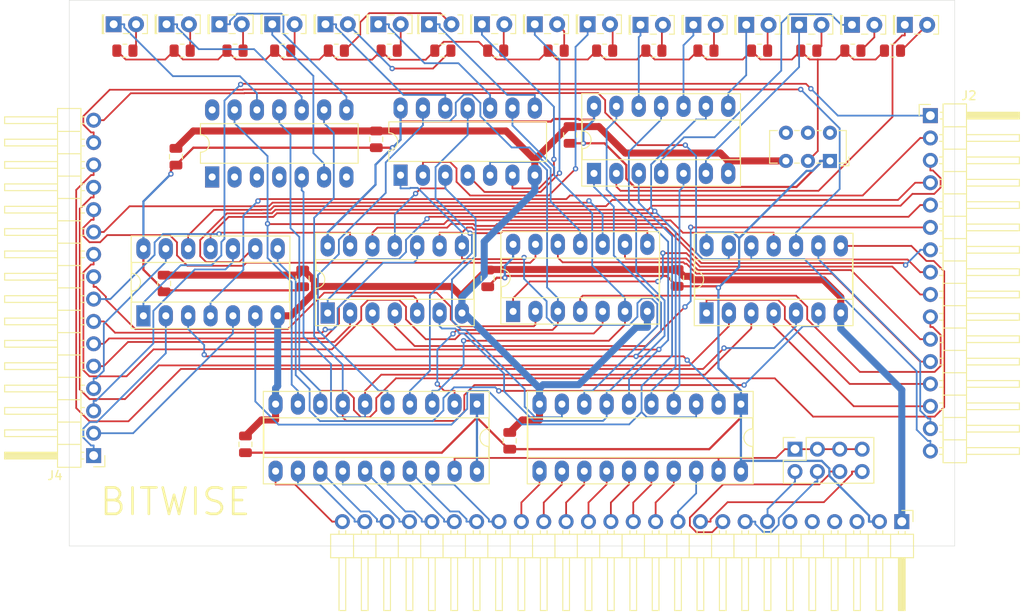
<source format=kicad_pcb>
(kicad_pcb (version 20240108) (generator "pcbnew") (generator_version "8.0")
  (layers (0 "F.Cu" signal) (31 "B.Cu" signal) (34 "B.Paste" user) (35 "F.Paste" user) (36 "B.SilkS" user "B.Silkscreen") (37 "F.SilkS" user "F.Silkscreen") (38 "B.Mask" user) (39 "F.Mask" user) (44 "Edge.Cuts" user))
  (net 0 "")
  (net 1 "VCC")
  (net 2 "Net-(D1-K)")
  (net 3 "Net-(D2-K)")
  (net 4 "Net-(D3-K)")
  (net 5 "Net-(D4-K)")
  (net 6 "Net-(D5-K)")
  (net 7 "Net-(D6-K)")
  (net 8 "Net-(D7-K)")
  (net 9 "Net-(D8-K)")
  (net 10 "Net-(D9-K)")
  (net 11 "Net-(D10-K)")
  (net 12 "Net-(D11-K)")
  (net 13 "Net-(D12-K)")
  (net 14 "Net-(D13-K)")
  (net 15 "Net-(D14-K)")
  (net 16 "Net-(D15-K)")
  (net 17 "Net-(D16-K)")
  (net 18 "Net-(J1-Pin_6)")
  (net 19 "Net-(J1-Pin_2)")
  (net 20 "Net-(J1-Pin_8)")
  (net 21 "Net-(J1-Pin_1)")
  (net 22 "Net-(J1-Pin_4)")
  (net 23 "Net-(J2-Pin_4)")
  (net 24 "Net-(J2-Pin_11)")
  (net 25 "Net-(J2-Pin_14)")
  (net 26 "Net-(J2-Pin_9)")
  (net 27 "Net-(J2-Pin_16)")
  (net 28 "Net-(J2-Pin_6)")
  (net 29 "Net-(J2-Pin_1)")
  (net 30 "Net-(J2-Pin_3)")
  (net 31 "Net-(J2-Pin_2)")
  (net 32 "Net-(J2-Pin_15)")
  (net 33 "Net-(J2-Pin_7)")
  (net 34 "Net-(J2-Pin_13)")
  (net 35 "Net-(J2-Pin_5)")
  (net 36 "Net-(J2-Pin_8)")
  (net 37 "Net-(J2-Pin_12)")
  (net 38 "Net-(J2-Pin_10)")
  (net 39 "Net-(D2-A)")
  (net 40 "GND")
  (net 41 "/Display/D1")
  (net 42 "/Display/D3")
  (net 43 "/Display/D0")
  (net 44 "/Display/D2")
  (net 45 "/Display/D6")
  (net 46 "/Display/D7")
  (net 47 "/Display/D5")
  (net 48 "/Display/D4")
  (net 49 "/Display/D9")
  (net 50 "/Display/D11")
  (net 51 "/Display/D10")
  (net 52 "/Display/D8")
  (net 53 "/Display/D14")
  (net 54 "/Display/D12")
  (net 55 "/Display/D13")
  (net 56 "/Display/D15")
  (net 57 "Net-(D1-A)")
  (net 58 "Net-(D3-A)")
  (net 59 "Net-(J4-Pin_13)")
  (net 60 "Net-(J4-Pin_15)")
  (net 61 "Net-(D4-A)")
  (net 62 "Net-(D5-A)")
  (net 63 "Net-(J4-Pin_12)")
  (net 64 "Net-(D6-A)")
  (net 65 "Net-(J4-Pin_16)")
  (net 66 "Net-(D7-A)")
  (net 67 "Net-(D8-A)")
  (net 68 "Net-(D9-A)")
  (net 69 "Net-(D10-A)")
  (net 70 "Net-(J4-Pin_11)")
  (net 71 "Net-(D11-A)")
  (net 72 "Net-(D12-A)")
  (net 73 "Net-(D13-A)")
  (net 74 "Net-(J4-Pin_14)")
  (net 75 "Net-(D14-A)")
  (net 76 "Net-(D15-A)")
  (net 77 "Net-(D16-A)")
  (net 79 "Net-(J3-Pin_19)")
  (net 81 "Net-(J3-Pin_12)")
  (net 83 "Net-(J3-Pin_14)")
  (net 84 "Net-(J3-Pin_16)")
  (net 85 "Net-(J3-Pin_17)")
  (net 86 "Net-(J3-Pin_24)")
  (net 87 "Net-(J3-Pin_15)")
  (net 88 "Net-(J3-Pin_25)")
  (net 89 "Net-(J3-Pin_18)")
  (net 90 "Net-(J3-Pin_11)")
  (net 91 "Net-(J3-Pin_26)")
  (net 92 "Net-(J3-Pin_21)")
  (net 93 "Net-(J3-Pin_22)")
  (net 94 "Net-(J3-Pin_20)")
  (net 96 "Net-(J3-Pin_13)")
  (net 97 "Net-(J3-Pin_23)")
  (net 98 "Net-(J4-Pin_2)")
  (net 99 "Net-(J4-Pin_4)")
  (net 100 "Net-(J4-Pin_7)")
  (net 101 "Net-(J4-Pin_10)")
  (net 102 "Net-(J4-Pin_3)")
  (net 103 "Net-(J4-Pin_6)")
  (net 104 "Net-(J4-Pin_8)")
  (net 105 "Net-(J4-Pin_1)")
  (net 106 "Net-(J4-Pin_9)")
  (net 107 "Net-(J4-Pin_5)")
  (net 108 "Net-(SW1-B)")
  (footprint "Resistor_SMD:R_0805_2012Metric" (layer "F.Cu") (at 145.675 67.5 180)
    (property "Reference" "R3" (hide yes))
    (property "Value" "R")
  )
  (footprint "Connector_PinHeader_2.54mm:PinHeader_1x26_P2.54mm_Horizontal" (layer "F.Cu") (at 156.23 121 -90)
    (property "Reference" "J3" (hide yes))
    (property "Value" "Conn_01x26_Pin")
  )
  (footprint "Resistor_SMD:R_0805_2012Metric" (layer "F.Cu") (at 110.135 67.5 180)
    (property "Reference" "R9" (hide yes))
    (property "Value" "R")
  )
  (footprint "Package_DIP:DIP-14_W7.62mm_Socket_LongPads" (layer "F.Cu") (at 112.11 97.12 90)
    (property "Reference" "U4" (hide yes))
    (property "Value" "74LS08")
  )
  (footprint "Connector_PinHeader_2.54mm:PinHeader_1x16_P2.54mm_Horizontal" (layer "F.Cu") (at 159.475 74.88)
    (property "Reference" "J2")
    (property "Value" "Conn_01x16_Pin")
  )
  (footprint "LED_THT:LED_Rectangular_W5.0mm_H2.0mm" (layer "F.Cu") (at 150.5725 64.565)
    (property "Reference" "D2" (hide yes))
    (property "Value" "LED")
  )
  (footprint "Resistor_SMD:R_0805_2012Metric" (layer "F.Cu") (at 80.5475 67.5 180)
    (property "Reference" "R14" (hide yes))
    (property "Value" "R")
  )
  (footprint "LED_THT:LED_Rectangular_W5.0mm_H2.0mm" (layer "F.Cu") (at 72.7725 64.5)
    (property "Reference" "D15" (hide yes))
    (property "Value" "LED")
  )
  (footprint "Capacitor_SMD:C_0805_2012Metric" (layer "F.Cu") (at 109.23 93.37 90)
    (property "Reference" "C4" (hide yes))
    (property "Value" "C")
  )
  (footprint "Capacitor_SMD:C_0805_2012Metric" (layer "F.Cu") (at 88.23 93.37 90)
    (property "Reference" "C5" (hide yes))
    (property "Value" "C")
  )
  (footprint "Capacitor_SMD:C_0805_2012Metric" (layer "F.Cu") (at 81.73 112.22 90)
    (property "Reference" "C1" (hide yes))
    (property "Value" "C")
  )
  (footprint "LED_THT:LED_Rectangular_W5.0mm_H2.0mm" (layer "F.Cu") (at 114.5725 64.5)
    (property "Reference" "D8" (hide yes))
    (property "Value" "LED")
  )
  (footprint "LED_THT:LED_Rectangular_W5.0mm_H2.0mm" (layer "F.Cu") (at 84.7725 64.5)
    (property "Reference" "D13" (hide yes))
    (property "Value" "LED")
  )
  (footprint "LED_THT:LED_Rectangular_W5.0mm_H2.0mm" (layer "F.Cu") (at 156.5725 64.565)
    (property "Reference" "D1" (hide yes))
    (property "Value" "LED")
  )
  (footprint "Resistor_SMD:R_0805_2012Metric" (layer "F.Cu") (at 68.0475 67.5 180)
    (property "Reference" "R16" (hide yes))
    (property "Value" "R")
  )
  (footprint "Connector_PinSocket_2.54mm:PinSocket_2x04_P2.54mm_Vertical" (layer "F.Cu") (at 144.11 112.77 90)
    (property "Reference" "J1" (hide yes))
    (property "Value" "Conn_02x04_Odd_Even")
  )
  (footprint "Package_DIP:DIP-14_W7.62mm_Socket_LongPads" (layer "F.Cu") (at 91.065 97.3 90)
    (property "Reference" "U2" (hide yes))
    (property "Value" "74LS08")
  )
  (footprint "Capacitor_SMD:C_0805_2012Metric" (layer "F.Cu") (at 118.5775 77.075 90)
    (property "Reference" "C9" (hide yes))
    (property "Value" "C")
  )
  (footprint "Resistor_SMD:R_0805_2012Metric" (layer "F.Cu") (at 98.0475 67.5 180)
    (property "Reference" "R11" (hide yes))
    (property "Value" "R")
  )
  (footprint "Capacitor_SMD:C_0805_2012Metric" (layer "F.Cu") (at 130.73 93.32 90)
    (property "Reference" "C3" (hide yes))
    (property "Value" "C")
  )
  (footprint "Capacitor_SMD:C_0805_2012Metric" (layer "F.Cu") (at 96.5775 77.575 90)
    (property "Reference" "C8" (hide yes))
    (property "Value" "C")
  )
  (footprint "Resistor_SMD:R_0805_2012Metric" (layer "F.Cu") (at 74.5475 67.5 180)
    (property "Reference" "R15" (hide yes))
    (property "Value" "R")
  )
  (footprint "Button_Switch_THT:SW_E-Switch_EG1271_SPDT" (layer "F.Cu") (at 148.0775 80.025 180)
    (property "Reference" "SW1" (hide yes))
    (property "Value" "SW_SPDT")
  )
  (footprint "Resistor_SMD:R_0805_2012Metric" (layer "F.Cu") (at 85.9575 67.5 180)
    (property "Reference" "R13" (hide yes))
    (property "Value" "R")
  )
  (footprint "Capacitor_SMD:C_0805_2012Metric" (layer "F.Cu") (at 73.8425 79.55 90)
    (property "Reference" "C7" (hide yes))
    (property "Value" "C")
  )
  (footprint "LED_THT:LED_Rectangular_W5.0mm_H2.0mm" (layer "F.Cu") (at 108.5725 64.5)
    (property "Reference" "D9" (hide yes))
    (property "Value" "LED")
  )
  (footprint "LED_THT:LED_Rectangular_W5.0mm_H2.0mm" (layer "F.Cu") (at 66.7725 64.5)
    (property "Reference" "D16" (hide yes))
    (property "Value" "LED")
  )
  (footprint "Resistor_SMD:R_0805_2012Metric" (layer "F.Cu") (at 104.135 67.5 180)
    (property "Reference" "R12" (hide yes))
    (property "Value" "R")
  )
  (footprint "Resistor_SMD:R_0805_2012Metric" (layer "F.Cu") (at 140.0875 67.5 180)
    (property "Reference" "R4" (hide yes))
    (property "Value" "R")
  )
  (footprint "Package_DIP:DIP-14_W7.62mm_Socket_LongPads" (layer "F.Cu") (at 70.15 97.62 90)
    (property "Reference" "U1" (hide yes))
    (property "Value" "74LS08")
  )
  (footprint "Package_DIP:DIP-14_W7.62mm_Socket_LongPads" (layer "F.Cu") (at 134.065 97.3 90)
    (property "Reference" "U6" (hide yes))
    (property "Value" "74LS08")
  )
  (footprint "Package_DIP:DIP-14_W7.62mm_LongPads" (layer "F.Cu") (at 77.9525 81.85 90)
    (property "Reference" "U9" (hide yes))
    (property "Value" "74LS04")
  )
  (footprint "LED_THT:LED_Rectangular_W5.0mm_H2.0mm" (layer "F.Cu") (at 96.8125 64.5)
    (property "Reference" "D11" (hide yes))
    (property "Value" "LED")
  )
  (footprint "Connector_PinHeader_2.54mm:PinHeader_1x16_P2.54mm_Horizontal" (layer "F.Cu") (at 64.5 113.5 180)
    (property "Reference" "J4")
    (property "Value" "Conn_01x16_Pin")
  )
  (footprint "LED_THT:LED_Rectangular_W5.0mm_H2.0mm" (layer "F.Cu") (at 138.5725 64.565)
    (property "Reference" "D4" (hide yes))
    (property "Value" "LED")
  )
  (footprint "Resistor_SMD:R_0805_2012Metric" (layer "F.Cu") (at 128.0875 67.5 180)
    (property "Reference" "R6" (hide yes))
    (property "Value" "R")
  )
  (footprint "Resistor_SMD:R_0805_2012Metric" (layer "F.Cu") (at 117 67.5 180)
    (property "Reference" "R8" (hide yes))
    (property "Value" "R")
  )
  (footprint "Resistor_SMD:R_0805_2012Metric" (layer "F.Cu") (at 134 67.5 180)
    (property "Reference" "R5" (hide yes))
    (property "Value" "R")
  )
  (footprint "Capacitor_SMD:C_0805_2012Metric" (layer "F.Cu") (at 111.73 111.82 90)
    (property "Reference" "C2" (hide yes))
    (property "Value" "C")
  )
  (footprint "Package_DIP:DIP-20_W7.62mm_Socket_LongPads" (layer "F.Cu") (at 108.01 107.65 -90)
    (property "Reference" "U5" (hide yes))
    (property "Value" "74LS245")
  )
  (footprint "LED_THT:LED_Rectangular_W5.0mm_H2.0mm" (layer "F.Cu") (at 126.5725 64.565)
    (property "Reference" "D6" (hide yes))
    (property "Value" "LED")
  )
  (footprint "LED_THT:LED_Rectangular_W5.0mm_H2.0mm" (layer "F.Cu") (at 78.7725 64.5)
    (property "Reference" "D14" (hide yes))
    (property "Value" "LED")
  )
  (footprint "LED_THT:LED_Rectangular_W5.0mm_H2.0mm" (layer "F.Cu") (at 102.5725 64.5)
    (property "Reference" "D10" (hide yes))
    (property "Value" "LED")
  )
  (footprint "Package_DIP:DIP-14_W7.62mm_LongPads" (layer "F.Cu") (at 99.3375 81.645 90)
    (property "Reference" "U8" (hide yes))
    (property "Value" "74LS04")
  )
  (footprint "Resistor_SMD:R_0805_2012Metric" (layer "F.Cu") (at 150.675 67.5 180)
    (property "Reference" "R2" (hide yes))
    (property "Value" "R")
  )
  (footprint "Capacitor_SMD:C_0805_2012Metric" (layer "F.Cu") (at 72.5 93.95 90)
    (property "Reference" "C6" (hide yes))
    (property "Value" "C")
  )
  (footprint "Package_DIP:DIP-14_W7.62mm_Socket_LongPads" (layer "F.Cu") (at 121.2925 81.445 90)
    (property "Reference" "U7" (hide yes))
    (property "Value" "74LS04")
  )
  (footprint "Package_DIP:DIP-20_W7.62mm_Socket_LongPads" (layer "F.Cu") (at 137.97 107.65 -90)
    (property "Reference" "U3" (hide yes))
    (property "Value" "74LS245")
  )
  (footprint "LED_THT:LED_Rectangular_W5.0mm_H2.0mm" (layer "F.Cu") (at 120.5725 64.5)
    (property "Reference" "D7" (hide yes))
    (property "Value" "LED")
  )
  (footprint "Resistor_SMD:R_0805_2012Metric" (layer "F.Cu") (at 122.5 67.5 180)
    (property "Reference" "R7" (hide yes))
    (property "Value" "R")
  )
  (footprint "LED_THT:LED_Rectangular_W5.0mm_H2.0mm" (layer "F.Cu") (at 90.8125 64.5)
    (property "Reference" "D12" (hide yes))
    (property "Value" "LED")
  )
  (footprint "Resistor_SMD:R_0805_2012Metric" (layer "F.Cu") (at 155.175 67.5 180)
    (property "Reference" "R1" (hide yes))
    (property "Value" "R")
  )
  (footprint "LED_THT:LED_Rectangular_W5.0mm_H2.0mm" (layer "F.Cu") (at 132.5725 64.565)
    (property "Reference" "D5" (hide yes))
    (property "Value" "LED")
  )
  (footprint "LED_THT:LED_Rectangular_W5.0mm_H2.0mm" (layer "F.Cu") (at 144.5725 64.565)
    (property "Reference" "D3" (hide yes))
    (property "Value" "LED")
  )
  (footprint "Resistor_SMD:R_0805_2012Metric" (layer "F.Cu") (at 92.0475 67.5 180)
    (property "Reference" "R10" (hide yes))
    (property "Value" "R")
  )
  (gr_rect (start 61.73 61.77) (end 162.23 123.77) (stroke (width 0.05)) (fill none) (layer "Edge.Cuts"))
  (gr_text "BITWISE" (at 65 120.5 0) (layer "F.SilkS") (effects (font (size 3 3) (thickness 0.3) (bold yes)) (justify left bottom)))
  (segment (start 111.3833 93.0896) (end 111.1758 93.2971) (width 0.254) (layer "F.Cu") (net 1))
  (segment (start 99.3375 74.025) (end 99.3375 75.5537) (width 0.254) (layer "F.Cu") (net 1))
  (segment (start 73.8425 80.5) (end 73.272 81.0705) (width 0.254) (layer "F.Cu") (net 1))
  (segment (start 111.6028 112.77) (end 108.01 109.1772) (width 0.254) (layer "F.Cu") (net 1))
  (segment (start 72.5 94.7303) (end 72.5 94.9) (width 0.254) (layer "F.Cu") (net 1))
  (segment (start 111.1758 93.2971) (end 110.2529 93.2971) (width 0.254) (layer "F.Cu") (net 1))
  (segment (start 110.2529 93.2971) (end 109.23 94.32) (width 0.254) (layer "F.Cu") (net 1))
  (segment (start 111.73 112.77) (end 111.6028 112.77) (width 0.254) (layer "F.Cu") (net 1))
  (segment (start 144.2756 82.9804) (end 125.8874 82.9804) (width 0.254) (layer "F.Cu") (net 1))
  (segment (start 146.9488 80.3072) (end 144.2756 82.9804) (width 0.254) (layer "F.Cu") (net 1))
  (segment (start 135.4171 94.4343) (end 135.2528 94.27) (width 0.254) (layer "F.Cu") (net 1))
  (segment (start 108.01 107.65) (end 108.01 109.0643) (width 0.254) (layer "F.Cu") (net 1))
  (segment (start 70.15 92.3803) (end 72.5 94.7303) (width 0.254) (layer "F.Cu") (net 1))
  (segment (start 124.9612 82.0542) (end 124.9612 80.4924) (width 0.254) (layer "F.Cu") (net 1))
  (segment (start 72.5 94.7303) (end 87.8197 94.7303) (width 0.254) (layer "F.Cu") (net 1))
  (segment (start 119.5618 75.2581) (end 116.6956 75.2581) (width 0.254) (layer "F.Cu") (net 1))
  (segment (start 116.4 75.5537) (end 99.3375 75.5537) (width 0.254) (layer "F.Cu") (net 1))
  (segment (start 121.2925 75.3537) (end 119.6574 75.3537) (width 0.254) (layer "F.Cu") (net 1))
  (segment (start 75.8175 78.525) (end 73.8425 80.5) (width 0.254) (layer "F.Cu") (net 1))
  (segment (start 137.97 107.65) (end 137.97 109.1787) (width 0.254) (layer "F.Cu") (net 1))
  (segment (start 121.2925 73.825) (end 121.2925 75.3537) (width 0.254) (layer "F.Cu") (net 1))
  (segment (start 148.0775 80.025) (end 146.9488 80.025) (width 0.254) (layer "F.Cu") (net 1))
  (segment (start 124.9612 80.4924) (end 122.4938 78.025) (width 0.254) (layer "F.Cu") (net 1))
  (segment (start 87.8197 94.7303) (end 88.23 94.32) (width 0.254) (layer "F.Cu") (net 1))
  (segment (start 116.6956 75.2581) (end 116.4 75.5537) (width 0.254) (layer "F.Cu") (net 1))
  (segment (start 125.8874 82.9804) (end 124.9612 82.0542) (width 0.254) (layer "F.Cu") (net 1))
  (segment (start 96.5775 78.525) (end 75.8175 78.525) (width 0.254) (layer "F.Cu") (net 1))
  (segment (start 108.01 109.1772) (end 104.0172 113.17) (width 0.254) (layer "F.Cu") (net 1))
  (segment (start 146.9488 80.025) (end 146.9488 80.3072) (width 0.254) (layer "F.Cu") (net 1))
  (segment (start 135.2528 94.27) (end 130.73 94.27) (width 0.254) (layer "F.Cu") (net 1))
  (segment (start 98.426 78.525) (end 96.5775 78.525) (width 0.254) (layer "F.Cu") (net 1))
  (segment (start 120.0848 78.025) (end 118.5775 78.025) (width 0.254) (layer "F.Cu") (net 1))
  (segment (start 137.97 109.1787) (end 134.3787 112.77) (width 0.254) (layer "F.Cu") (net 1))
  (segment (start 122.4938 78.025) (end 120.0848 78.025) (width 0.254) (layer "F.Cu") (net 1))
  (segment (start 134.3787 112.77) (end 111.73 112.77) (width 0.254) (layer "F.Cu") (net 1))
  (segment (start 119.6574 75.3537) (end 119.5618 75.2581) (width 0.254) (layer "F.Cu") (net 1))
  (segment (start 70.15 90) (end 70.15 92.3803) (width 0.254) (layer "F.Cu") (net 1))
  (segment (start 104.0172 113.17) (end 81.73 113.17) (width 0.254) (layer "F.Cu") (net 1))
  (segment (start 130.73 94.27) (end 129.5496 93.0896) (width 0.254) (layer "F.Cu") (net 1))
  (segment (start 129.5496 93.0896) (end 111.3833 93.0896) (width 0.254) (layer "F.Cu") (net 1))
  (segment (start 108.01 109.0643) (end 108.01 109.1772) (width 0.254) (layer "F.Cu") (net 1))
  (segment (start 73.272 81.0705) (end 73.272 81.5063) (width 0.254) (layer "F.Cu") (net 1))
  (via (at 73.272 81.5063) (size 0.6) (drill 0.3) (layers "F.Cu" "B.Cu") (net 1))
  (via (at 111.1758 93.2971) (size 0.6) (drill 0.3) (layers "F.Cu" "B.Cu") (net 1))
  (via (at 98.426 78.525) (size 0.6) (drill 0.3) (layers "F.Cu" "B.Cu") (net 1))
  (via (at 135.4171 94.4343) (size 0.6) (drill 0.3) (layers "F.Cu" "B.Cu") (net 1))
  (via (at 120.0848 78.025) (size 0.6) (drill 0.3) (layers "F.Cu" "B.Cu") (net 1))
  (segment (start 111.1758 91.9629) (end 111.1758 93.2971) (width 0.254) (layer "B.Cu") (net 1))
  (segment (start 134.065 89.68) (end 134.065 88.1513) (width 0.254) (layer "B.Cu") (net 1))
  (segment (start 147.1399 114.0981) (end 148.0113 114.9695) (width 0.254) (layer "B.Cu") (net 1))
  (segment (start 70.15 84.6283) (end 73.272 81.5063) (width 0.254) (layer "B.Cu") (net 1))
  (segment (start 137.97 107.65) (end 137.97 106.1213) (width 0.254) (layer "B.Cu") (net 1))
  (segment (start 137.97 106.1213) (end 135.4171 103.5684) (width 0.254) (layer "B.Cu") (net 1))
  (segment (start 145.4212 81.1537) (end 137.7664 88.8085) (width 0.254) (layer "B.Cu") (net 1))
  (segment (start 91.065 89.68) (end 91.065 88.1513) (width 0.254) (layer "B.Cu") (net 1))
  (segment (start 137.7664 88.8085) (end 137.1092 88.1513) (width 0.254) (layer "B.Cu") (net 1))
  (segment (start 152.5113 120.3131) (end 152.5113 121) (width 0.254) (layer "B.Cu") (net 1))
  (segment (start 146.1024 81.1537) (end 145.4212 81.1537) (width 0.254) (layer "B.Cu") (net 1))
  (segment (start 148.0775 80.025) (end 146.9488 80.025) (width 0.254) (layer "B.Cu") (net 1))
  (segment (start 96.4941 82.7222) (end 91.065 88.1513) (width 0.254) (layer "B.Cu") (net 1))
  (segment (start 146.9488 80.3073) (end 146.1024 81.1537) (width 0.254) (layer "B.Cu") (net 1))
  (segment (start 148.0113 114.9695) (end 148.0113 115.8131) (width 0.254) (layer "B.Cu") (net 1))
  (segment (start 148.0113 115.8131) (end 152.5113 120.3131) (width 0.254) (layer "B.Cu") (net 1))
  (segment (start 137.97 114.0981) (end 147.1399 114.0981) (width 0.254) (layer "B.Cu") (net 1))
  (segment (start 96.4941 80.4569) (end 96.4941 82.7222) (width 0.254) (layer "B.Cu") (net 1))
  (segment (start 70.15 90) (end 70.15 84.6283) (width 0.254) (layer "B.Cu") (net 1))
  (segment (start 99.3375 77.6135) (end 98.426 78.525) (width 0.254) (layer "B.Cu") (net 1))
  (segment (start 135.4171 103.5684) (end 135.4171 94.4343) (width 0.254) (layer "B.Cu") (net 1))
  (segment (start 121.2925 73.825) (end 121.2925 75.3537) (width 0.254) (layer "B.Cu") (net 1))
  (segment (start 120.0848 76.5614) (end 120.0848 78.025) (width 0.254) (layer "B.Cu") (net 1))
  (segment (start 137.97 115.27) (end 137.97 114.0981) (width 0.254) (layer "B.Cu") (net 1))
  (segment (start 108.01 115.27) (end 108.01 107.65) (width 0.254) (layer "B.Cu") (net 1))
  (segment (start 98.426 78.525) (end 96.4941 80.4569) (width 0.254) (layer "B.Cu") (net 1))
  (segment (start 153.69 121) (end 152.5113 121) (width 0.254) (layer "B.Cu") (net 1))
  (segment (start 99.3375 74.025) (end 99.3375 77.6135) (width 0.254) (layer "B.Cu") (net 1))
  (segment (start 135.4171 94.4343) (end 137.7664 92.085) (width 0.254) (layer "B.Cu") (net 1))
  (segment (start 137.7664 92.085) (end 137.7664 88.8085) (width 0.254) (layer "B.Cu") (net 1))
  (segment (start 137.1092 88.1513) (end 134.065 88.1513) (width 0.254) (layer "B.Cu") (net 1))
  (segment (start 112.11 89.5) (end 112.11 91.0287) (width 0.254) (layer "B.Cu") (net 1))
  (segment (start 146.9488 80.025) (end 146.9488 80.3073) (width 0.254) (layer "B.Cu") (net 1))
  (segment (start 137.97 114.0981) (end 137.97 107.65) (width 0.254) (layer "B.Cu") (net 1))
  (segment (start 121.2925 75.3537) (end 120.0848 76.5614) (width 0.254) (layer "B.Cu") (net 1))
  (segment (start 112.11 91.0287) (end 111.1758 91.9629) (width 0.254) (layer "B.Cu") (net 1))
  (segment (start 146.7792 83.4173) (end 155.175 75.0215) (width 0.2) (layer "F.Cu") (net 2))
  (segment (start 123.8325 82.9467) (end 124.3031 83.4173) (width 0.2) (layer "F.Cu") (net 2))
  (segment (start 155.175 75.0215) (end 155.175 66.8638) (width 0.2) (layer "F.Cu") (net 2))
  (segment (start 123.8325 81.445) (end 123.8325 82.9467) (width 0.2) (layer "F.Cu") (net 2))
  (segment (start 124.3031 83.4173) (end 146.7792 83.4173) (width 0.2) (layer "F.Cu") (net 2))
  (segment (start 156.5725 64.565) (end 156.5725 65.7667) (width 0.2) (layer "F.Cu") (net 2))
  (segment (start 155.175 66.8638) (end 156.2721 65.7667) (width 0.2) (layer "F.Cu") (net 2))
  (segment (start 156.2721 65.7667) (end 156.5725 65.7667) (width 0.2) (layer "F.Cu") (net 2))
  (segment (start 142.5496 64.3601) (end 142.5496 69.7675) (width 0.2) (layer "B.Cu") (net 3))
  (segment (start 148.1691 63.3633) (end 143.5464 63.3633) (width 0.2) (layer "B.Cu") (net 3))
  (segment (start 134.9808 77.3363) (end 131.5195 77.3363) (width 0.2) (layer "B.Cu") (net 3))
  (segment (start 143.5464 63.3633) (end 142.5496 64.3601) (width 0.2) (layer "B.Cu") (net 3))
  (segment (start 128.9125 81.445) (end 128.9125 79.9433) (width 0.2) (layer "B.Cu") (net 3))
  (segment (start 149.3708 64.565) (end 148.1691 63.3633) (width 0.2) (layer "B.Cu") (net 3))
  (segment (start 131.5195 77.3363) (end 128.9125 79.9433) (width 0.2) (layer "B.Cu") (net 3))
  (segment (start 150.5725 64.565) (end 149.3708 64.565) (width 0.2) (layer "B.Cu") (net 3))
  (segment (start 142.5496 69.7675) (end 134.9808 77.3363) (width 0.2) (layer "B.Cu") (net 3))
  (segment (start 144.5725 69.3633) (end 133.9925 79.9433) (width 0.2) (layer "B.Cu") (net 4))
  (segment (start 133.9925 81.445) (end 133.9925 79.9433) (width 0.2) (layer "B.Cu") (net 4))
  (segment (start 144.5725 64.565) (end 144.5725 69.3633) (width 0.2) (layer "B.Cu") (net 4))
  (segment (start 138.5725 70.2833) (end 136.5325 72.3233) (width 0.2) (layer "B.Cu") (net 5))
  (segment (start 138.5725 64.565) (end 138.5725 70.2833) (width 0.2) (layer "B.Cu") (net 5))
  (segment (start 136.5325 73.825) (end 136.5325 72.3233) (width 0.2) (layer "B.Cu") (net 5))
  (segment (start 132.5725 65.7667) (end 131.4525 66.8867) (width 0.2) (layer "B.Cu") (net 6))
  (segment (start 131.4525 66.8867) (end 131.4525 73.825) (width 0.2) (layer "B.Cu") (net 6))
  (segment (start 132.5725 64.565) (end 132.5725 65.7667) (width 0.2) (layer "B.Cu") (net 6))
  (segment (start 126.5725 65.7667) (end 126.3725 65.9667) (width 0.2) (layer "B.Cu") (net 7))
  (segment (start 126.3725 65.9667) (end 126.3725 73.825) (width 0.2) (layer "B.Cu") (net 7))
  (segment (start 126.5725 64.565) (end 126.5725 65.7667) (width 0.2) (layer "B.Cu") (net 7))
  (segment (start 105.6875 80.8772) (end 105.6875 82.4011) (width 0.2) (layer "F.Cu") (net 8))
  (segment (start 107.241 83.9546) (end 116.1648 83.9546) (width 0.2) (layer "F.Cu") (net 8))
  (segment (start 101.8775 80.1433) (end 104.9536 80.1433) (width 0.2) (layer "F.Cu") (net 8))
  (segment (start 116.1648 83.9546) (end 119.1984 80.921) (width 0.2) (layer "F.Cu") (net 8))
  (segment (start 104.9536 80.1433) (end 105.6875 80.8772) (width 0.2) (layer "F.Cu") (net 8))
  (segment (start 105.6875 82.4011) (end 107.241 83.9546) (width 0.2) (layer "F.Cu") (net 8))
  (segment (start 101.8775 81.645) (end 101.8775 80.1433) (width 0.2) (layer "F.Cu") (net 8))
  (via (at 119.1984 80.921) (size 0.6) (drill 0.3) (layers "F.Cu" "B.Cu") (net 8))
  (segment (start 119.1984 67.0758) (end 120.5725 65.7017) (width 0.2) (layer "B.Cu") (net 8))
  (segment (start 120.5725 64.5) (end 120.5725 65.7017) (width 0.2) (layer "B.Cu") (net 8))
  (segment (start 119.1984 80.921) (end 119.1984 67.0758) (width 0.2) (layer "B.Cu") (net 8))
  (segment (start 108.8624 83.5499) (end 115.2341 83.5499) (width 0.2) (layer "F.Cu") (net 9))
  (segment (start 106.9575 81.645) (end 108.8624 83.5499) (width 0.2) (layer "F.Cu") (net 9))
  (segment (start 115.2341 83.5499) (end 117.3764 81.4076) (width 0.2) (layer "F.Cu") (net 9))
  (via (at 117.3764 81.4076) (size 0.6) (drill 0.3) (layers "F.Cu" "B.Cu") (net 9))
  (segment (start 117.3764 68.5056) (end 114.5725 65.7017) (width 0.2) (layer "B.Cu") (net 9))
  (segment (start 117.3764 81.4076) (end 117.3764 68.5056) (width 0.2) (layer "B.Cu") (net 9))
  (segment (start 114.5725 64.5) (end 114.5725 65.7017) (width 0.2) (layer "B.Cu") (net 9))
  (segment (start 112.0375 81.645) (end 112.0375 83.1467) (width 0.2) (layer "F.Cu") (net 10))
  (segment (start 116.7454 81.4528) (end 116.7454 79.8404) (width 0.2) (layer "F.Cu") (net 10))
  (segment (start 112.0375 83.1467) (end 115.0515 83.1467) (width 0.2) (layer "F.Cu") (net 10))
  (segment (start 115.0515 83.1467) (end 116.7454 81.4528) (width 0.2) (layer "F.Cu") (net 10))
  (via (at 116.7454 79.8404) (size 0.6) (drill 0.3) (layers "F.Cu" "B.Cu") (net 10))
  (segment (start 108.5725 65.7017) (end 116.7454 73.8746) (width 0.2) (layer "B.Cu") (net 10))
  (segment (start 116.7454 73.8746) (end 116.7454 79.8404) (width 0.2) (layer "B.Cu") (net 10))
  (segment (start 108.5725 64.5) (end 108.5725 65.7017) (width 0.2) (layer "B.Cu") (net 10))
  (segment (start 114.5775 74.025) (end 114.5775 72.5233) (width 0.2) (layer "B.Cu") (net 11))
  (segment (start 103.7743 64.8612) (end 111.4364 72.5233) (width 0.2) (layer "B.Cu") (net 11))
  (segment (start 111.4364 72.5233) (end 114.5775 72.5233) (width 0.2) (layer "B.Cu") (net 11))
  (segment (start 103.7743 64.5) (end 103.7743 64.8612) (width 0.2) (layer "B.Cu") (net 11))
  (segment (start 102.5725 64.5) (end 103.7742 64.5) (width 0.2) (layer "B.Cu") (net 11))
  (segment (start 103.7742 64.5) (end 103.7743 64.5) (width 0.2) (layer "B.Cu") (net 11))
  (segment (start 109.4975 72.5233) (end 105.903 68.9288) (width 0.2) (layer "B.Cu") (net 12))
  (segment (start 109.4975 74.025) (end 109.4975 72.5233) (width 0.2) (layer "B.Cu") (net 12))
  (segment (start 96.8125 64.5) (end 98.0142 64.5) (width 0.2) (layer "B.Cu") (net 12))
  (segment (start 105.903 68.9288) (end 102.0675 68.9288) (width 0.2) (layer "B.Cu") (net 12))
  (segment (start 102.0675 68.9288) (end 98.0142 64.8755) (width 0.2) (layer "B.Cu") (net 12))
  (segment (start 98.0142 64.8755) (end 98.0142 64.5) (width 0.2) (layer "B.Cu") (net 12))
  (segment (start 99.662 72.5233) (end 92.0142 64.8755) (width 0.2) (layer "B.Cu") (net 13))
  (segment (start 92.0142 64.8755) (end 92.0142 64.5) (width 0.2) (layer "B.Cu") (net 13))
  (segment (start 90.8125 64.5) (end 92.0142 64.5) (width 0.2) (layer "B.Cu") (net 13))
  (segment (start 104.4175 72.5233) (end 99.662 72.5233) (width 0.2) (layer "B.Cu") (net 13))
  (segment (start 104.4175 74.025) (end 104.4175 72.5233) (width 0.2) (layer "B.Cu") (net 13))
  (segment (start 90.6525 81.85) (end 90.6525 80.3483) (width 0.2) (layer "B.Cu") (net 14))
  (segment (start 84.7725 64.5) (end 84.7725 65.7017) (width 0.2) (layer "B.Cu") (net 14))
  (segment (start 90.6525 80.3483) (end 89.4411 79.1369) (width 0.2) (layer "B.Cu") (net 14))
  (segment (start 89.4411 70.3703) (end 84.7725 65.7017) (width 0.2) (layer "B.Cu") (net 14))
  (segment (start 89.4411 79.1369) (end 89.4411 70.3703) (width 0.2) (layer "B.Cu") (net 14))
  (segment (start 93.1925 74.23) (end 93.1925 72.7283) (width 0.2) (layer "B.Cu") (net 15))
  (segment (start 86.0425 65.5783) (end 93.1925 72.7283) (width 0.2) (layer "B.Cu") (net 15))
  (segment (start 79.9742 64.1244) (end 80.8003 63.2983) (width 0.2) (layer "B.Cu") (net 15))
  (segment (start 79.9742 64.5) (end 79.9742 64.1244) (width 0.2) (layer "B.Cu") (net 15))
  (segment (start 85.8119 63.2983) (end 86.0425 63.5289) (width 0.2) (layer "B.Cu") (net 15))
  (segment (start 86.0425 63.5289) (end 86.0425 65.5783) (width 0.2) (layer "B.Cu") (net 15))
  (segment (start 78.7725 64.5) (end 79.9742 64.5) (width 0.2) (layer "B.Cu") (net 15))
  (segment (start 80.8003 63.2983) (end 85.8119 63.2983) (width 0.2) (layer "B.Cu") (net 15))
  (segment (start 82.7139 67.3297) (end 76.4283 67.3297) (width 0.2) (layer "B.Cu") (net 16))
  (segment (start 88.1125 74.23) (end 88.1125 72.7283) (width 0.2) (layer "B.Cu") (net 16))
  (segment (start 72.7725 64.5) (end 73.9742 64.5) (width 0.2) (layer "B.Cu") (net 16))
  (segment (start 76.4283 67.3297) (end 73.9742 64.8756) (width 0.2) (layer "B.Cu") (net 16))
  (segment (start 88.1125 72.7283) (end 82.7139 67.3297) (width 0.2) (layer "B.Cu") (net 16))
  (segment (start 73.9742 64.8756) (end 73.9742 64.5) (width 0.2) (layer "B.Cu") (net 16))
  (segment (start 83.0325 74.23) (end 83.0325 72.7283) (width 0.2) (layer "B.Cu") (net 17))
  (segment (start 66.7725 64.5) (end 67.9742 64.5) (width 0.2) (layer "B.Cu") (net 17))
  (segment (start 67.9742 64.8755) (end 67.9742 64.5) (width 0.2) (layer "B.Cu") (net 17))
  (segment (start 83.0325 72.3317) (end 81.1014 70.4006) (width 0.2) (layer "B.Cu") (net 17))
  (segment (start 73.4993 70.4006) (end 67.9742 64.8755) (width 0.2) (layer "B.Cu") (net 17))
  (segment (start 83.0325 72.7283) (end 83.0325 72.3317) (width 0.2) (layer "B.Cu") (net 17))
  (segment (start 81.1014 70.4006) (end 73.4993 70.4006) (width 0.2) (layer "B.Cu") (net 17))
  (segment (start 148.0383 115.5979) (end 146.8645 116.7717) (width 0.2) (layer "F.Cu") (net 18))
  (segment (start 146.8645 116.7717) (end 135.9448 116.7717) (width 0.2) (layer "F.Cu") (net 18))
  (segment (start 132.1745 120.542) (end 132.1745 121.466) (width 0.2) (layer "F.Cu") (net 18))
  (segment (start 148.0383 115.31) (end 148.0383 115.5979) (width 0.2) (layer "F.Cu") (net 18))
  (segment (start 132.9101 122.2016) (end 134.7084 122.2016) (width 0.2) (layer "F.Cu") (net 18))
  (segment (start 134.7084 122.2016) (end 135.91 121) (width 0.2) (layer "F.Cu") (net 18))
  (segment (start 135.9448 116.7717) (end 132.1745 120.542) (width 0.2) (layer "F.Cu") (net 18))
  (segment (start 132.1745 121.466) (end 132.9101 122.2016) (width 0.2) (layer "F.Cu") (net 18))
  (segment (start 149.19 115.31) (end 148.0383 115.31) (width 0.2) (layer "F.Cu") (net 18))
  (segment (start 140.99 119.5817) (end 140.99 121) (width 0.2) (layer "B.Cu") (net 19))
  (segment (start 144.11 115.31) (end 144.11 116.4617) (width 0.2) (layer "B.Cu") (net 19))
  (segment (start 144.11 116.4617) (end 140.99 119.5817) (width 0.2) (layer "B.Cu") (net 19))
  (segment (start 134.5217 120.7315) (end 136.4587 118.7945) (width 0.2) (layer "F.Cu") (net 20))
  (segment (start 147.3817 118.7945) (end 150.5783 115.5979) (width 0.2) (layer "F.Cu") (net 20))
  (segment (start 136.4587 118.7945) (end 147.3817 118.7945) (width 0.2) (layer "F.Cu") (net 20))
  (segment (start 151.73 115.31) (end 150.5783 115.31) (width 0.2) (layer "F.Cu") (net 20))
  (segment (start 134.5217 121) (end 134.5217 120.7315) (width 0.2) (layer "F.Cu") (net 20))
  (segment (start 133.37 121) (end 134.5217 121) (width 0.2) (layer "F.Cu") (net 20))
  (segment (start 150.5783 115.5979) (end 150.5783 115.31) (width 0.2) (layer "F.Cu") (net 20))
  (segment (start 135.43 113.7683) (end 141.96 113.7683) (width 0.2) (layer "F.Cu") (net 21))
  (segment (start 146.65 112.77) (end 144.11 112.77) (width 0.2) (layer "F.Cu") (net 21))
  (segment (start 141.96 113.7683) (end 142.9583 112.77) (width 0.2) (layer "F.Cu") (net 21))
  (segment (start 135.43 115.27) (end 135.43 113.7683) (width 0.2) (layer "F.Cu") (net 21))
  (segment (start 144.11 112.77) (end 142.9583 112.77) (width 0.2) (layer "F.Cu") (net 21))
  (segment (start 151.73 112.77) (end 149.19 112.77) (width 0.2) (layer "F.Cu") (net 21))
  (segment (start 105.47 113.7683) (end 135.43 113.7683) (width 0.2) (layer "F.Cu") (net 21))
  (segment (start 105.47 115.27) (end 105.47 113.7683) (width 0.2) (layer "F.Cu") (net 21))
  (segment (start 149.19 112.77) (end 146.65 112.77) (width 0.2) (layer "F.Cu") (net 21))
  (segment (start 142.26 120.613) (end 146.4113 116.4617) (width 0.2) (layer "B.Cu") (net 22))
  (segment (start 138.45 121) (end 139.6017 121) (width 0.2) (layer "B.Cu") (net 22))
  (segment (start 146.65 115.31) (end 146.65 116.4617) (width 0.2) (layer "B.Cu") (net 22))
  (segment (start 146.4113 116.4617) (end 146.65 116.4617) (width 0.2) (layer "B.Cu") (net 22))
  (segment (start 139.6017 121.2879) (end 140.4788 122.165) (width 0.2) (layer "B.Cu") (net 22))
  (segment (start 142.26 121.3682) (end 142.26 120.613) (width 0.2) (layer "B.Cu") (net 22))
  (segment (start 139.6017 121) (end 139.6017 121.2879) (width 0.2) (layer "B.Cu") (net 22))
  (segment (start 140.4788 122.165) (end 141.4632 122.165) (width 0.2) (layer "B.Cu") (net 22))
  (segment (start 141.4632 122.165) (end 142.26 121.3682) (width 0.2) (layer "B.Cu") (net 22))
  (segment (start 157.7553 82.5) (end 158.3233 82.5) (width 0.2) (layer "F.Cu") (net 23))
  (segment (start 75.23 88.4983) (end 78.1476 85.5807) (width 0.2) (layer "F.Cu") (net 23))
  (segment (start 83.5787 85.5674) (end 84.5694 85.5674) (width 0.2) (layer "F.Cu") (net 23))
  (segment (start 123.3592 84.4548) (end 155.8005 84.4548) (width 0.2) (layer "F.Cu") (net 23))
  (segment (start 78.1476 85.5807) (end 83.5654 85.5807) (width 0.2) (layer "F.Cu") (net 23))
  (segment (start 75.23 90) (end 75.23 88.4983) (width 0.2) (layer "F.Cu") (net 23))
  (segment (start 159.475 82.5) (end 158.3233 82.5) (width 0.2) (layer "F.Cu") (net 23))
  (segment (start 84.9711 85.1657) (end 122.6483 85.1657) (width 0.2) (layer "F.Cu") (net 23))
  (segment (start 155.8005 84.4548) (end 157.7553 82.5) (width 0.2) (layer "F.Cu") (net 23))
  (segment (start 84.5694 85.5674) (end 84.9711 85.1657) (width 0.2) (layer "F.Cu") (net 23))
  (segment (start 83.5654 85.5807) (end 83.5787 85.5674) (width 0.2) (layer "F.Cu") (net 23))
  (segment (start 122.6483 85.1657) (end 123.3592 84.4548) (width 0.2) (layer "F.Cu") (net 23))
  (segment (start 124.81 89.5) (end 124.81 91.0017) (width 0.2) (layer "F.Cu") (net 24))
  (segment (start 159.475 100.28) (end 158.3233 100.28) (width 0.2) (layer "F.Cu") (net 24))
  (segment (start 133.0913 92.4291) (end 150.4724 92.4291) (width 0.2) (layer "F.Cu") (net 24))
  (segment (start 124.9196 91.1113) (end 131.7735 91.1113) (width 0.2) (layer "F.Cu") (net 24))
  (segment (start 150.4724 92.4291) (end 158.3233 100.28) (width 0.2) (layer "F.Cu") (net 24))
  (segment (start 131.7735 91.1113) (end 133.0913 92.4291) (width 0.2) (layer "F.Cu") (net 24))
  (segment (start 124.81 91.0017) (end 124.9196 91.1113) (width 0.2) (layer "F.Cu") (net 24))
  (segment (start 150.7833 107.9) (end 141.685 98.8017) (width 0.2) (layer "F.Cu") (net 25))
  (segment (start 159.475 107.9) (end 150.7833 107.9) (width 0.2) (layer "F.Cu") (net 25))
  (segment (start 141.685 97.3) (end 141.685 98.8017) (width 0.2) (layer "F.Cu") (net 25))
  (segment (start 114.0081 93.7202) (end 128.541 93.7202) (width 0.2) (layer "F.Cu") (net 26))
  (segment (start 155.1507 92.0274) (end 158.3233 95.2) (width 0.2) (layer "F.Cu") (net 26))
  (segment (start 133.3037 92.0274) (end 155.1507 92.0274) (width 0.2) (layer "F.Cu") (net 26))
  (segment (start 131.7742 90.4979) (end 133.3037 92.0274) (width 0.2) (layer "F.Cu") (net 26))
  (segment (start 112.11 95.6183) (end 114.0081 93.7202) (width 0.2) (layer "F.Cu") (net 26))
  (segment (start 129.1103 90.4979) (end 131.7742 90.4979) (width 0.2) (layer "F.Cu") (net 26))
  (segment (start 159.475 95.2) (end 158.3233 95.2) (width 0.2) (layer "F.Cu") (net 26))
  (segment (start 112.11 97.12) (end 112.11 95.6183) (width 0.2) (layer "F.Cu") (net 26))
  (via (at 129.1103 90.4979) (size 0.6) (drill 0.3) (layers "F.Cu" "B.Cu") (net 26))
  (via (at 128.541 93.7202) (size 0.6) (drill 0.3) (layers "F.Cu" "B.Cu") (net 26))
  (segment (start 129.1103 90.4979) (end 129.1103 93.1509) (width 0.2) (layer "B.Cu") (net 26))
  (segment (start 129.1103 93.1509) (end 128.541 93.7202) (width 0.2) (layer "B.Cu") (net 26))
  (segment (start 139.145 91.1817) (end 145.1738 91.1817) (width 0.2) (layer "B.Cu") (net 27))
  (segment (start 157.9216 110.5629) (end 159.187 111.8283) (width 0.2) (layer "B.Cu") (net 27))
  (segment (start 145.1738 91.1817) (end 157.9216 103.9295) (width 0.2) (layer "B.Cu") (net 27))
  (segment (start 157.9216 103.9295) (end 157.9216 110.5629) (width 0.2) (layer "B.Cu") (net 27))
  (segment (start 159.475 112.98) (end 159.475 111.8283) (width 0.2) (layer "B.Cu") (net 27))
  (segment (start 139.145 89.68) (end 139.145 91.1817) (width 0.2) (layer "B.Cu") (net 27))
  (segment (start 159.187 111.8283) (end 159.475 111.8283) (width 0.2) (layer "B.Cu") (net 27))
  (segment (start 98.685 98.8017) (end 100.9374 101.0541) (width 0.2) (layer "F.Cu") (net 28))
  (segment (start 159.475 87.58) (end 132.2915 87.58) (width 0.2) (layer "F.Cu") (net 28))
  (segment (start 127.1739 101.0541) (end 131.6228 96.6052) (width 0.2) (layer "F.Cu") (net 28))
  (segment (start 132.2915 87.58) (end 132.27 87.5585) (width 0.2) (layer "F.Cu") (net 28))
  (segment (start 100.9374 101.0541) (end 127.1739 101.0541) (width 0.2) (layer "F.Cu") (net 28))
  (segment (start 98.685 97.3) (end 98.685 98.8017) (width 0.2) (layer "F.Cu") (net 28))
  (via (at 131.6228 96.6052) (size 0.6) (drill 0.3) (layers "F.Cu" "B.Cu") (net 28))
  (via (at 132.27 87.5585) (size 0.6) (drill 0.3) (layers "F.Cu" "B.Cu") (net 28))
  (segment (start 132.27 95.958) (end 131.6228 96.6052) (width 0.2) (layer "B.Cu") (net 28))
  (segment (start 132.27 87.5585) (end 132.27 95.958) (width 0.2) (layer "B.Cu") (net 28))
  (segment (start 145.3522 71.2613) (end 81.261 71.2613) (width 0.2) (layer "F.Cu") (net 29))
  (segment (start 81.261 71.2613) (end 81.1861 71.3362) (width 0.2) (layer "F.Cu") (net 29))
  (segment (start 145.9121 71.8212) (end 145.3522 71.2613) (width 0.2) (layer "F.Cu") (net 29))
  (via (at 81.1861 71.3362) (size 0.6) (drill 0.3) (layers "F.Cu" "B.Cu") (net 29))
  (via (at 145.9121 71.8212) (size 0.6) (drill 0.3) (layers "F.Cu" "B.Cu") (net 29))
  (segment (start 78.9955 89.2312) (end 79.3485 88.8782) (width 0.2) (layer "B.Cu") (net 29))
  (segment (start 79.3485 88.8782) (end 79.3485 73.1738) (width 0.2) (layer "B.Cu") (net 29))
  (segment (start 78.9955 90.7597) (end 78.9955 89.2312) (width 0.2) (layer "B.Cu") (net 29))
  (segment (start 159.475 74.88) (end 148.9709 74.88) (width 0.2) (layer "B.Cu") (net 29))
  (segment (start 79.3485 73.1738) (end 81.1861 71.3362) (width 0.2) (layer "B.Cu") (net 29))
  (segment (start 70.15 97.62) (end 70.15 96.1183) (width 0.2) (layer "B.Cu") (net 29))
  (segment (start 74.398 91.8703) (end 77.8849 91.8703) (width 0.2) (layer "B.Cu") (net 29))
  (segment (start 148.9709 74.88) (end 145.9121 71.8212) (width 0.2) (layer "B.Cu") (net 29))
  (segment (start 77.8849 91.8703) (end 78.9955 90.7597) (width 0.2) (layer "B.Cu") (net 29))
  (segment (start 70.15 96.1183) (end 74.398 91.8703) (width 0.2) (layer "B.Cu") (net 29))
  (segment (start 160.6336 81.9824) (end 159.7629 81.1117) (width 0.2) (layer "F.Cu") (net 30))
  (segment (start 159.475 79.96) (end 159.475 81.1117) (width 0.2) (layer "F.Cu") (net 30))
  (segment (start 160.6336 83.0474) (end 160.6336 81.9824) (width 0.2) (layer "F.Cu") (net 30))
  (segment (start 83.745 85.9691) (end 84.7357 85.9691) (width 0.2) (layer "F.Cu") (net 30))
  (segment (start 82.85 90) (end 82.5601 90) (width 0.2) (layer "F.Cu") (net 30))
  (segment (start 84.7357 85.9691) (end 85.1374 85.5674) (width 0.2) (layer "F.Cu") (net 30))
  (segment (start 79.6218 85.9824) (end 83.7317 85.9824) (width 0.2) (layer "F.Cu") (net 30))
  (segment (start 127.906 85.1141) (end 156.0947 85.1141) (width 0.2) (layer "F.Cu") (net 30))
  (segment (start 159.7629 81.1117) (end 159.475 81.1117) (width 0.2) (layer "F.Cu") (net 30))
  (segment (start 85.1374 85.5674) (end 127.4527 85.5674) (width 0.2) (layer "F.Cu") (net 30))
  (segment (start 157.4388 83.77) (end 159.911 83.77) (width 0.2) (layer "F.Cu") (net 30))
  (segment (start 81.0436 91.5165) (end 77.2659 91.5165) (width 0.2) (layer "F.Cu") (net 30))
  (segment (start 83.7317 85.9824) (end 83.745 85.9691) (width 0.2) (layer "F.Cu") (net 30))
  (segment (start 76.5952 89.009) (end 79.6218 85.9824) (width 0.2) (layer "F.Cu") (net 30))
  (segment (start 127.4527 85.5674) (end 127.906 85.1141) (width 0.2) (layer "F.Cu") (net 30))
  (segment (start 77.2659 91.5165) (end 76.5952 90.8458) (width 0.2) (layer "F.Cu") (net 30))
  (segment (start 76.5952 90.8458) (end 76.5952 89.009) (width 0.2) (layer "F.Cu") (net 30))
  (segment (start 156.0947 85.1141) (end 157.4388 83.77) (width 0.2) (layer "F.Cu") (net 30))
  (segment (start 82.5601 90) (end 81.0436 91.5165) (width 0.2) (layer "F.Cu") (net 30))
  (segment (start 159.911 83.77) (end 160.6336 83.0474) (width 0.2) (layer "F.Cu") (net 30))
  (segment (start 151.7864 83.9569) (end 158.3233 77.42) (width 0.2) (layer "F.Cu") (net 31))
  (segment (start 83.1499 84.5773) (end 83.3664 84.3608) (width 0.2) (layer "F.Cu") (net 31))
  (segment (start 83.3664 84.3608) (end 118.1561 84.3608) (width 0.2) (layer "F.Cu") (net 31))
  (segment (start 118.1561 84.3608) (end 118.56 83.9569) (width 0.2) (layer "F.Cu") (net 31))
  (segment (start 118.56 83.9569) (end 151.7864 83.9569) (width 0.2) (layer "F.Cu") (net 31))
  (segment (start 159.475 77.42) (end 158.3233 77.42) (width 0.2) (layer "F.Cu") (net 31))
  (via (at 83.1499 84.5773) (size 0.6) (drill 0.3) (layers "F.Cu" "B.Cu") (net 31))
  (segment (start 77.77 97.62) (end 77.77 96.1183) (width 0.2) (layer "B.Cu") (net 31))
  (segment (start 77.77 96.1183) (end 81.4936 92.3947) (width 0.2) (layer "B.Cu") (net 31))
  (segment (start 81.4936 86.2336) (end 83.1499 84.5773) (width 0.2) (layer "B.Cu") (net 31))
  (segment (start 81.4936 92.3947) (end 81.4936 86.2336) (width 0.2) (layer "B.Cu") (net 31))
  (segment (start 146.765 89.68) (end 146.765 91.1817) (width 0.2) (layer "B.Cu") (net 32))
  (segment (start 158.3233 108.4002) (end 158.3233 102.74) (width 0.2) (layer "B.Cu") (net 32))
  (segment (start 159.475 110.44) (end 159.475 109.2883) (width 0.2) (layer "B.Cu") (net 32))
  (segment (start 159.475 109.2883) (end 159.2114 109.2883) (width 0.2) (layer "B.Cu") (net 32))
  (segment (start 159.2114 109.2883) (end 158.3233 108.4002) (width 0.2) (layer "B.Cu") (net 32))
  (segment (start 158.3233 102.74) (end 146.765 91.1817) (width 0.2) (layer "B.Cu") (net 32))
  (segment (start 106.3039 88.1783) (end 106.8934 87.5888) (width 0.2) (layer "F.Cu") (net 33))
  (segment (start 129.44 87.5956) (end 133.4701 91.6257) (width 0.2) (layer "F.Cu") (net 33))
  (segment (start 110.2426 87.8099) (end 110.4061 87.6464) (width 0.2) (layer "F.Cu") (net 33))
  (segment (start 106.8934 87.5888) (end 107.4267 87.5888) (width 0.2) (layer "F.Cu") (net 33))
  (segment (start 156.4336 91.6257) (end 156.659 91.8511) (width 0.2) (layer "F.Cu") (net 33))
  (segment (start 107.6478 87.8099) (end 110.2426 87.8099) (width 0.2) (layer "F.Cu") (net 33))
  (segment (start 133.4701 91.6257) (end 156.4336 91.6257) (width 0.2) (layer "F.Cu") (net 33))
  (segment (start 110.7798 87.5956) (end 129.44 87.5956) (width 0.2) (layer "F.Cu") (net 33))
  (segment (start 107.4267 87.5888) (end 107.6478 87.8099) (width 0.2) (layer "F.Cu") (net 33))
  (segment (start 103.765 88.1783) (end 106.3039 88.1783) (width 0.2) (layer "F.Cu") (net 33))
  (segment (start 110.4061 87.6464) (end 110.729 87.6464) (width 0.2) (layer "F.Cu") (net 33))
  (segment (start 110.729 87.6464) (end 110.7798 87.5956) (width 0.2) (layer "F.Cu") (net 33))
  (segment (start 103.765 89.68) (end 103.765 88.1783) (width 0.2) (layer "F.Cu") (net 33))
  (via (at 156.659 91.8511) (size 0.6) (drill 0.3) (layers "F.Cu" "B.Cu") (net 33))
  (segment (start 159.475 90.12) (end 158.3233 90.12) (width 0.2) (layer "B.Cu") (net 33))
  (segment (start 158.3233 90.12) (end 158.3233 90.1868) (width 0.2) (layer "B.Cu") (net 33))
  (segment (start 158.3233 90.1868) (end 156.659 91.8511) (width 0.2) (layer "B.Cu") (net 33))
  (segment (start 150.3183 105.36) (end 142.955 97.9967) (width 0.2) (layer "F.Cu") (net 34))
  (segment (start 142.955 96.5822) (end 142.1711 95.7983) (width 0.2) (layer "F.Cu") (net 34))
  (segment (start 134.065 97.3) (end 134.065 95.7983) (width 0.2) (layer "F.Cu") (net 34))
  (segment (start 142.1711 95.7983) (end 134.065 95.7983) (width 0.2) (layer "F.Cu") (net 34))
  (segment (start 142.955 97.9967) (end 142.955 96.5822) (width 0.2) (layer "F.Cu") (net 34))
  (segment (start 159.475 105.36) (end 150.3183 105.36) (width 0.2) (layer "F.Cu") (net 34))
  (segment (start 156.991 86.3723) (end 102.5678 86.3723) (width 0.2) (layer "F.Cu") (net 35))
  (segment (start 102.5678 86.3723) (end 102.3401 86.6) (width 0.2) (layer "F.Cu") (net 35))
  (segment (start 158.3233 85.04) (end 156.991 86.3723) (width 0.2) (layer "F.Cu") (net 35))
  (segment (start 159.475 85.04) (end 158.3233 85.04) (width 0.2) (layer "F.Cu") (net 35))
  (via (at 102.3401 86.6) (size 0.6) (drill 0.3) (layers "F.Cu" "B.Cu") (net 35))
  (segment (start 91.065 95.7983) (end 95.6816 91.1817) (width 0.2) (layer "B.Cu") (net 35))
  (segment (start 99.955 90.3766) (end 99.955 88.9851) (width 0.2) (layer "B.Cu") (net 35))
  (segment (start 91.065 97.3) (end 91.065 95.7983) (width 0.2) (layer "B.Cu") (net 35))
  (segment (start 99.955 88.9851) (end 102.3401 86.6) (width 0.2) (layer "B.Cu") (net 35))
  (segment (start 99.1499 91.1817) (end 99.955 90.3766) (width 0.2) (layer "B.Cu") (net 35))
  (segment (start 95.6816 91.1817) (end 99.1499 91.1817) (width 0.2) (layer "B.Cu") (net 35))
  (segment (start 107.593 87.1871) (end 107.8141 87.4082) (width 0.2) (layer "F.Cu") (net 36))
  (segment (start 159.475 92.66) (end 158.3233 92.66) (width 0.2) (layer "F.Cu") (net 36))
  (segment (start 96.145 88.1783) (end 96.7182 87.6051) (width 0.2) (layer "F.Cu") (net 36))
  (segment (start 129.6208 87.1939) (end 133.6509 91.224) (width 0.2) (layer "F.Cu") (net 36))
  (segment (start 110.2906 87.1939) (end 129.6208 87.1939) (width 0.2) (layer "F.Cu") (net 36))
  (segment (start 110.0763 87.4082) (end 110.2906 87.1939) (width 0.2) (layer "F.Cu") (net 36))
  (segment (start 96.7182 87.6051) (end 104.621 87.6051) (width 0.2) (layer "F.Cu") (net 36))
  (segment (start 133.6509 91.224) (end 156.8873 91.224) (width 0.2) (layer "F.Cu") (net 36))
  (segment (start 104.621 87.6051) (end 105.039 87.1871) (width 0.2) (layer "F.Cu") (net 36))
  (segment (start 156.8873 91.224) (end 158.3233 92.66) (width 0.2) (layer "F.Cu") (net 36))
  (segment (start 107.8141 87.4082) (end 110.0763 87.4082) (width 0.2) (layer "F.Cu") (net 36))
  (segment (start 105.039 87.1871) (end 107.593 87.1871) (width 0.2) (layer "F.Cu") (net 36))
  (segment (start 96.145 89.68) (end 96.145 88.1783) (width 0.2) (layer "F.Cu") (net 36))
  (segment (start 148.3341 92.8308) (end 158.3233 102.82) (width 0.2) (layer "F.Cu") (net 37))
  (segment (start 117.19 91.0017) (end 117.7291 91.5408) (width 0.2) (layer "F.Cu") (net 37))
  (segment (start 159.475 102.82) (end 158.3233 102.82) (width 0.2) (layer "F.Cu") (net 37))
  (segment (start 117.19 89.5) (end 117.19 91.0017) (width 0.2) (layer "F.Cu") (net 37))
  (segment (start 131.435 91.5408) (end 131.5939 91.6997) (width 0.2) (layer "F.Cu") (net 37))
  (segment (start 117.7291 91.5408) (end 131.435 91.5408) (width 0.2) (layer "F.Cu") (net 37))
  (segment (start 131.7939 91.6997) (end 132.925 92.8308) (width 0.2) (layer "F.Cu") (net 37))
  (segment (start 131.5939 91.6997) (end 131.7939 91.6997) (width 0.2) (layer "F.Cu") (net 37))
  (segment (start 132.925 92.8308) (end 148.3341 92.8308) (width 0.2) (layer "F.Cu") (net 37))
  (segment (start 159.9609 103.9934) (end 151.4739 103.9934) (width 0.2) (layer "F.Cu") (net 38))
  (segment (start 160.6388 103.3155) (end 159.9609 103.9934) (width 0.2) (layer "F.Cu") (net 38))
  (segment (start 145.495 98.0145) (end 145.495 96.6005) (width 0.2) (layer "F.Cu") (net 38))
  (segment (start 159.475 97.74) (end 159.475 98.8917) (width 0.2) (layer "F.Cu") (net 38))
  (segment (start 119.73 97.12) (end 119.73 95.6183) (width 0.2) (layer "F.Cu") (net 38))
  (segment (start 144.224 95.3295) (end 120.0188 95.3295) (width 0.2) (layer "F.Cu") (net 38))
  (segment (start 159.475 98.8917) (end 159.7435 98.8917) (width 0.2) (layer "F.Cu") (net 38))
  (segment (start 120.0188 95.3295) (end 119.73 95.6183) (width 0.2) (layer "F.Cu") (net 38))
  (segment (start 151.4739 103.9934) (end 145.495 98.0145) (width 0.2) (layer "F.Cu") (net 38))
  (segment (start 160.6388 99.787) (end 160.6388 103.3155) (width 0.2) (layer "F.Cu") (net 38))
  (segment (start 159.7435 98.8917) (end 160.6388 99.787) (width 0.2) (layer "F.Cu") (net 38))
  (segment (start 145.495 96.6005) (end 144.224 95.3295) (width 0.2) (layer "F.Cu") (net 38))
  (segment (start 153.1125 64.565) (end 153.1125 65.975) (width 0.2) (layer "F.Cu") (net 39))
  (segment (start 153.1125 65.975) (end 151.5875 67.5) (width 0.2) (layer "F.Cu") (net 39))
  (segment (start 89.5625 93.6691) (end 88.3134 92.42) (width 0.8) (layer "F.Cu") (net 40))
  (segment (start 143.0775 80.025) (end 136.5325 80.025) (width 0.8) (layer "F.Cu") (net 40))
  (segment (start 131.495 93.135) (end 132.2369 93.135) (width 0.8) (layer "F.Cu") (net 40))
  (segment (start 109.1285 92.42) (end 109.23 92.42) (width 0.8) (layer "F.Cu") (net 40))
  (segment (start 85.15 107.65) (end 85.15 109.4517) (width 0.8) (layer "F.Cu") (net 40))
  (segment (start 96.5775 76.625) (end 111.3092 76.625) (width 0.8) (layer "F.Cu") (net 40))
  (segment (start 87.65 93) (end 72.5 93) (width 0.8) (layer "F.Cu") (net 40))
  (segment (start 106.1776 95.3709) (end 105.0969 94.2902) (width 0.8) (layer "F.Cu") (net 40))
  (segment (start 89.5625 94.9237) (end 89.5625 94.2902) (width 0.8) (layer "F.Cu") (net 40))
  (segment (start 115.11 109.4517) (end 113.1483 109.4517) (width 0.8) (layer "F.Cu") (net 40))
  (segment (start 105.0969 94.2902) (end 89.5625 94.2902) (width 0.8) (layer "F.Cu") (net 40))
  (segment (start 130.73 92.37) (end 130.7193 92.3593) (width 0.8) (layer "F.Cu") (net 40))
  (segment (start 89.5625 94.2902) (end 89.5625 93.6691) (width 0.8) (layer "F.Cu") (net 40))
  (segment (start 86.8662 97.62) (end 89.5625 94.9237) (width 0.8) (layer "F.Cu") (net 40))
  (segment (start 149.305 97.3) (end 149.305 95.4983) (width 0.8) (layer "F.Cu") (net 40))
  (segment (start 130.7193 92.3593) (end 109.2907 92.3593) (width 0.8) (layer "F.Cu") (net 40))
  (segment (start 106.305 97.3) (end 106.305 95.4983) (width 0.8) (layer "F.Cu") (net 40))
  (segment (start 114.5775 81.645) (end 114.5775 79.8933) (width 0.8) (layer "F.Cu") (net 40))
  (segment (start 106.1776 95.3709) (end 106.305 95.4983) (width 0.8) (layer "F.Cu") (net 40))
  (segment (start 135.6394 79.1319) (end 124.8522 79.1319) (width 0.8) (layer "F.Cu") (net 40))
  (segment (start 88.23 92.42) (end 87.65 93) (width 0.8) (layer "F.Cu") (net 40))
  (segment (start 106.1776 95.3709) (end 109.1285 92.42) (width 0.8) (layer "F.Cu") (net 40))
  (segment (start 75.8175 76.625) (end 96.5775 76.625) (width 0.8) (layer "F.Cu") (net 40))
  (segment (start 85.39 97.62) (end 86.8662 97.62) (width 0.8) (layer "F.Cu") (net 40))
  (segment (start 73.8425 78.6) (end 75.8175 76.625) (width 0.8) (layer "F.Cu") (net 40))
  (segment (start 130.73 92.37) (end 131.495 93.135) (width 0.8) (layer "F.Cu") (net 40))
  (segment (start 147.3392 93.5325) (end 149.305 95.4983) (width 0.8) (layer "F.Cu") (net 40))
  (segment (start 118.3458 76.125) (end 114.5775 79.8933) (width 0.8) (layer "F.Cu") (net 40))
  (segment (start 124.8522 79.1319) (end 121.8453 76.125) (width 0.8) (layer "F.Cu") (net 40))
  (segment (start 118.5775 76.125) (end 118.3458 76.125) (width 0.8) (layer "F.Cu") (net 40))
  (segment (start 88.3134 92.42) (end 88.23 92.42) (width 0.8) (layer "F.Cu") (net 40))
  (segment (start 111.3092 76.625) (end 114.5775 79.8933) (width 0.8) (layer "F.Cu") (net 40))
  (segment (start 85.15 109.4517) (end 83.5483 109.4517) (width 0.8) (layer "F.Cu") (net 40))
  (segment (start 132.6344 93.5325) (end 147.3392 93.5325) (width 0.8) (layer "F.Cu") (net 40))
  (segment (start 83.5483 109.4517) (end 81.73 111.27) (width 0.8) (layer "F.Cu") (net 40))
  (segment (start 115.11 107.65) (end 115.11 109.4517) (width 0.8) (layer "F.Cu") (net 40))
  (segment (start 109.2907 92.3593) (end 109.23 92.42) (width 0.8) (layer "F.Cu") (net 40))
  (segment (start 132.2369 93.135) (end 132.6344 93.5325) (width 0.8) (layer "F.Cu") (net 40))
  (segment (start 121.8453 76.125) (end 118.5775 76.125) (width 0.8) (layer "F.Cu") (net 40))
  (segment (start 136.5325 81.445) (end 136.5325 80.025) (width 0.8) (layer "F.Cu") (net 40))
  (segment (start 113.1483 109.4517) (end 111.73 110.87) (width 0.8) (layer "F.Cu") (net 40))
  (segment (start 136.5325 80.025) (end 135.6394 79.1319) (width 0.8) (layer "F.Cu") (net 40))
  (segment (start 108.8346 92.9687) (end 106.305 95.4983) (width 0.8) (layer "B.Cu") (net 40))
  (segment (start 106.305 97.3) (end 106.305 95.4983) (width 0.8) (layer "B.Cu") (net 40))
  (segment (start 108.8346 89.1896) (end 108.8346 92.9687) (width 0.8) (layer "B.Cu") (net 40))
  (segment (start 85.15 107.65) (end 85.15 105.8483) (width 0.8) (layer "B.Cu") (net 40))
  (segment (start 156.23 106.0267) (end 156.23 121) (width 0.8) (layer "B.Cu") (net 40))
  (segment (start 106.56 97.3) (end 106.305 97.3) (width 0.8) (layer "B.Cu") (net 40))
  (segment (start 85.39 97.62) (end 85.39 105.6083) (width 0.8) (layer "B.Cu") (net 40))
  (segment (start 114.5775 83.4467) (end 108.8346 89.1896) (width 0.8) (layer "B.Cu") (net 40))
  (segment (start 115.11 106.0991) (end 115.11 105.85) (width 0.8) (layer "B.Cu") (net 40))
  (segment (start 126.0864 98.9217) (end 127.35 98.9217) (width 0.8) (layer "B.Cu") (net 40))
  (segment (start 127.35 97.12) (end 127.35 98.9217) (width 0.8) (layer "B.Cu") (net 40))
  (segment (start 85.39 105.6083) (end 85.15 105.8483) (width 0.8) (layer "B.Cu") (net 40))
  (segment (start 115.11 105.85) (end 106.56 97.3) (width 0.8) (layer "B.Cu") (net 40))
  (segment (start 114.5775 81.645) (end 114.5775 83.4467) (width 0.8) (layer "B.Cu") (net 40))
  (segment (start 115.11 107.65) (end 115.11 106.0991) (width 0.8) (layer "B.Cu") (net 40))
  (segment (start 149.305 99.1017) (end 156.23 106.0267) (width 0.8) (layer "B.Cu") (net 40))
  (segment (start 115.11 105.85) (end 115.5119 105.4481) (width 0.8) (layer "B.Cu") (net 40))
  (segment (start 115.5119 105.4481) (end 119.56 105.4481) (width 0.8) (layer "B.Cu") (net 40))
  (segment (start 149.305 97.3) (end 149.305 99.1017) (width 0.8) (layer "B.Cu") (net 40))
  (segment (start 119.56 105.4481) (end 126.0864 98.9217) (width 0.8) (layer "B.Cu") (net 40))
  (segment (start 132.89 109.1517) (end 127.2962 109.1517) (width 0.2) (layer "B.Cu") (net 41))
  (segment (start 82.85 97.62) (end 82.85 107.3457) (width 0.2) (layer "B.Cu") (net 41))
  (segment (start 130.1586 88.5617) (end 130.1586 102.1358) (width 0.2) (layer "B.Cu") (net 41))
  (segment (start 127.2962 109.1517) (end 126.6927 108.5482) (width 0.2) (layer "B.Cu") (net 41))
  (segment (start 126.3725 84.7756) (end 130.1586 88.5617) (width 0.2) (layer "B.Cu") (net 41))
  (segment (start 105.1132 109.9807) (end 106.9083 108.1856) (width 0.2) (layer "B.Cu") (net 41))
  (segment (start 113.088 109.9584) (end 125.2825 109.9584) (width 0.2) (layer "B.Cu") (net 41))
  (segment (start 107.085 106.1483) (end 109.2779 106.1483) (width 0.2) (layer "B.Cu") (net 41))
  (segment (start 82.85 107.3457) (end 85.485 109.9807) (width 0.2) (layer "B.Cu") (net 41))
  (segment (start 109.2779 106.1483) (end 113.088 109.9584) (width 0.2) (layer "B.Cu") (net 41))
  (segment (start 132.89 107.65) (end 132.89 109.1517) (width 0.2) (layer "B.Cu") (net 41))
  (segment (start 126.6927 105.6017) (end 126.6927 108.5482) (width 0.2) (layer "B.Cu") (net 41))
  (segment (start 130.1586 102.1358) (end 126.6927 105.6017) (width 0.2) (layer "B.Cu") (net 41))
  (segment (start 125.2825 109.9584) (end 126.6927 108.5482) (width 0.2) (layer "B.Cu") (net 41))
  (segment (start 126.3725 81.445) (end 126.3725 84.7756) (width 0.2) (layer "B.Cu") (net 41))
  (segment (start 106.9083 106.325) (end 107.085 106.1483) (width 0.2) (layer "B.Cu") (net 41))
  (segment (start 106.9083 108.1856) (end 106.9083 106.325) (width 0.2) (layer "B.Cu") (net 41))
  (segment (start 85.485 109.9807) (end 105.1132 109.9807) (width 0.2) (layer "B.Cu") (net 41))
  (segment (start 84.8887 86.3841) (end 85.3022 85.9706) (width 0.2) (layer "F.Cu") (net 42))
  (segment (start 85.3022 85.9706) (end 127.9621 85.9706) (width 0.2) (layer "F.Cu") (net 42))
  (segment (start 79.8295 86.3841) (end 84.8887 86.3841) (width 0.2) (layer "F.Cu") (net 42))
  (segment (start 127.9621 85.9706) (end 128.1902 85.7425) (width 0.2) (layer "F.Cu") (net 42))
  (segment (start 77.77 88.4983) (end 77.77 88.4436) (width 0.2) (layer "F.Cu") (net 42))
  (segment (start 77.77 90) (end 77.77 88.4983) (width 0.2) (layer "F.Cu") (net 42))
  (segment (start 77.77 88.4436) (end 79.8295 86.3841) (width 0.2) (layer "F.Cu") (net 42))
  (via (at 128.1902 85.7425) (size 0.6) (drill 0.3) (layers "F.Cu" "B.Cu") (net 42))
  (segment (start 130.5618 88.1141) (end 130.5618 103.3965) (width 0.2) (layer "B.Cu") (net 42))
  (segment (start 127.7801 80.4293) (end 132.8827 75.3267) (width 0.2) (layer "B.Cu") (net 42))
  (segment (start 128.1902 85.7425) (end 127.7801 85.3324) (width 0.2) (layer "B.Cu") (net 42))
  (segment (start 127.7801 85.3324) (end 127.7801 80.4293) (width 0.2) (layer "B.Cu") (net 42))
  (segment (start 132.8827 75.3267) (end 133.9925 75.3267) (width 0.2) (layer "B.Cu") (net 42))
  (segment (start 130.5618 103.3965) (end 127.81 106.1483) (width 0.2) (layer "B.Cu") (net 42))
  (segment (start 128.1902 85.7425) (end 130.5618 88.1141) (width 0.2) (layer "B.Cu") (net 42))
  (segment (start 127.81 107.65) (end 127.81 106.1483) (width 0.2) (layer "B.Cu") (net 42))
  (segment (start 133.9925 73.825) (end 133.9925 75.3267) (width 0.2) (layer "B.Cu") (net 42))
  (segment (start 131.8701 102.6557) (end 131.4396 102.2252) (width 0.2) (layer "F.Cu") (net 43))
  (segment (start 77.0509 102.036) (end 77.2401 102.2252) (width 0.2) (layer "F.Cu") (net 43))
  (segment (start 131.4396 102.2252) (end 126.0693 102.2252) (width 0.2) (layer "F.Cu") (net 43))
  (segment (start 77.2401 102.2252) (end 126.0693 102.2252) (width 0.2) (layer "F.Cu") (net 43))
  (via (at 131.8701 102.6557) (size 0.6) (drill 0.3) (layers "F.Cu" "B.Cu") (net 43))
  (via (at 77.0509 102.036) (size 0.6) (drill 0.3) (layers "F.Cu" "B.Cu") (net 43))
  (via (at 126.0693 102.2252) (size 0.6) (drill 0.3) (layers "F.Cu" "B.Cu") (net 43))
  (segment (start 75.23 97.62) (end 75.23 99.1217) (width 0.2) (layer "B.Cu") (net 43))
  (segment (start 135.43 107.65) (end 135.43 106.1483) (width 0.2) (layer "B.Cu") (net 43))
  (segment (start 77.0509 100.9426) (end 77.0509 102.036) (width 0.2) (layer "B.Cu") (net 43))
  (segment (start 75.23 99.1217) (end 77.0509 100.9426) (width 0.2) (layer "B.Cu") (net 43))
  (segment (start 135.43 106.1483) (end 135.3627 106.1483) (width 0.2) (layer "B.Cu") (net 43))
  (segment (start 123.54 90.7711) (end 128.9026 96.1337) (width 0.2) (layer "B.Cu") (net 43))
  (segment (start 121.2925 81.445) (end 121.2925 82.9814) (width 0.2) (layer "B.Cu") (net 43))
  (segment (start 123.54 85.2289) (end 123.54 90.7711) (width 0.2) (layer "B.Cu") (net 43))
  (segment (start 121.2925 82.9814) (end 123.54 85.2289) (width 0.2) (layer "B.Cu") (net 43))
  (segment (start 135.3627 106.1483) (end 131.8701 102.6557) (width 0.2) (layer "B.Cu") (net 43))
  (segment (start 128.9026 99.3919) (end 126.0693 102.2252) (width 0.2) (layer "B.Cu") (net 43))
  (segment (start 128.9026 96.1337) (end 128.9026 99.3919) (width 0.2) (layer "B.Cu") (net 43))
  (segment (start 130.35 107.65) (end 130.35 106.1483) (width 0.2) (layer "F.Cu") (net 44))
  (segment (start 130.35 106.1483) (end 110.4881 106.1483) (width 0.2) (layer "F.Cu") (net 44))
  (via (at 110.4881 106.1483) (size 0.6) (drill 0.3) (layers "F.Cu" "B.Cu") (net 44))
  (segment (start 110.4881 106.1483) (end 110.0864 105.7466) (width 0.2) (layer "B.Cu") (net 44))
  (segment (start 104.2 106.9618) (end 104.2 108.3723) (width 0.2) (layer "B.Cu") (net 44))
  (segment (start 131.4525 81.445) (end 131.4525 82.9467) (width 0.2) (layer "B.Cu") (net 44))
  (segment (start 102.9933 109.579) (end 90.1916 109.579) (width 0.2) (layer "B.Cu") (net 44))
  (segment (start 130.996 105.5023) (end 130.996 83.4032) (width 0.2) (layer "B.Cu") (net 44))
  (segment (start 89.0159 108.4033) (end 89.0159 105.9357) (width 0.2) (layer "B.Cu") (net 44))
  (segment (start 110.0864 105.7466) (end 105.4152 105.7466) (width 0.2) (layer "B.Cu") (net 44))
  (segment (start 87.4368 104.3566) (end 87.4368 93.5485) (width 0.2) (layer "B.Cu") (net 44))
  (segment (start 104.2 108.3723) (end 102.9933 109.579) (width 0.2) (layer "B.Cu") (net 44))
  (segment (start 130.35 106.1483) (end 130.996 105.5023) (width 0.2) (layer "B.Cu") (net 44))
  (segment (start 90.1916 109.579) (end 89.0159 108.4033) (width 0.2) (layer "B.Cu") (net 44))
  (segment (start 130.35 107.65) (end 130.35 106.1483) (width 0.2) (layer "B.Cu") (net 44))
  (segment (start 85.39 90) (end 85.39 91.5017) (width 0.2) (layer "B.Cu") (net 44))
  (segment (start 105.4152 105.7466) (end 104.2 106.9618) (width 0.2) (layer "B.Cu") (net 44))
  (segment (start 89.0159 105.9357) (end 87.4368 104.3566) (width 0.2) (layer "B.Cu") (net 44))
  (segment (start 87.4368 93.5485) (end 85.39 91.5017) (width 0.2) (layer "B.Cu") (net 44))
  (segment (start 130.996 83.4032) (end 131.4525 82.9467) (width 0.2) (layer "B.Cu") (net 44))
  (segment (start 106.305 91.1817) (end 113.1683 91.1817) (width 0.2) (layer "F.Cu") (net 45))
  (segment (start 113.1683 91.1817) (end 113.3561 90.9939) (width 0.2) (layer "F.Cu") (net 45))
  (segment (start 106.305 89.68) (end 106.305 91.1817) (width 0.2) (layer "F.Cu") (net 45))
  (via (at 113.3561 90.9939) (size 0.6) (drill 0.3) (layers "F.Cu" "B.Cu") (net 45))
  (segment (start 126.2216 96.1893) (end 126.2216 97.7297) (width 0.2) (layer "B.Cu") (net 45))
  (segment (start 100.4392 83.0908) (end 100.3833 83.1467) (width 0.2) (layer "B.Cu") (net 45))
  (segment (start 125.3048 98.6465) (end 116.7498 98.6465) (width 0.2) (layer "B.Cu") (net 45))
  (segment (start 126.2216 97.7297) (end 125.3048 98.6465) (width 0.2) (layer "B.Cu") (net 45))
  (segment (start 115.92 95.9732) (end 113.3561 93.4093) (width 0.2) (layer "B.Cu") (net 45))
  (segment (start 128.4778 96.2826) (end 127.8067 95.6115) (width 0.2) (layer "B.Cu") (net 45))
  (segment (start 121.1158 106.1483) (end 128.4778 98.7863) (width 0.2) (layer "B.Cu") (net 45))
  (segment (start 115.92 97.8167) (end 115.92 95.9732) (width 0.2) (layer "B.Cu") (net 45))
  (segment (start 106.305 89.68) (end 106.305 88.1783) (width 0.2) (layer "B.Cu") (net 45))
  (segment (start 127.8067 95.6115) (end 126.7994 95.6115) (width 0.2) (layer "B.Cu") (net 45))
  (segment (start 100.3833 83.1467) (end 99.3375 83.1467) (width 0.2) (layer "B.Cu") (net 45))
  (segment (start 106.305 88.1783) (end 106.305 88.1185) (width 0.2) (layer "B.Cu") (net 45))
  (segment (start 120.19 107.65) (end 120.19 106.1483) (width 0.2) (layer "B.Cu") (net 45))
  (segment (start 99.3375 81.645) (end 99.3375 83.1467) (width 0.2) (layer "B.Cu") (net 45))
  (segment (start 113.3561 93.4093) (end 113.3561 90.9939) (width 0.2) (layer "B.Cu") (net 45))
  (segment (start 116.7498 98.6465) (end 115.92 97.8167) (width 0.2) (layer "B.Cu") (net 45))
  (segment (start 126.7994 95.6115) (end 126.2216 96.1893) (width 0.2) (layer "B.Cu") (net 45))
  (segment (start 120.19 106.1483) (end 121.1158 106.1483) (width 0.2) (layer "B.Cu") (net 45))
  (segment (start 106.305 88.1185) (end 101.2773 83.0908) (width 0.2) (layer "B.Cu") (net 45))
  (segment (start 101.2773 83.0908) (end 100.4392 83.0908) (width 0.2) (layer "B.Cu") (net 45))
  (segment (start 128.4778 98.7863) (end 128.4778 96.2826) (width 0.2) (layer "B.Cu") (net 45))
  (segment (start 101.6288 83.1467) (end 101.0438 83.7317) (width 0.2) (layer "F.Cu") (net 46))
  (segment (start 104.4175 83.1467) (end 101.6288 83.1467) (width 0.2) (layer "F.Cu") (net 46))
  (segment (start 104.4175 81.645) (end 104.4175 83.1467) (width 0.2) (layer "F.Cu") (net 46))
  (via (at 101.0438 83.7317) (size 0.6) (drill 0.3) (layers "F.Cu" "B.Cu") (net 46))
  (segment (start 114.6329 109.1517) (end 113.4257 107.9445) (width 0.2) (layer "B.Cu") (net 46))
  (segment (start 107.8573 90.8049) (end 107.8573 86.5865) (width 0.2) (layer "B.Cu") (net 46))
  (segment (start 104.4175 81.645) (end 104.4175 83.1467) (width 0.2) (layer "B.Cu") (net 46))
  (segment (start 98.685 86.0905) (end 98.685 89.68) (width 0.2) (layer "B.Cu") (net 46))
  (segment (start 113.4257 107.9445) (end 113.4257 105.9523) (width 0.2) (layer "B.Cu") (net 46))
  (segment (start 113.4257 105.9523) (end 106.6991 99.2257) (width 0.2) (layer "B.Cu") (net 46))
  (segment (start 106.6991 99.2257) (end 106.2661 99.2257) (width 0.2) (layer "B.Cu") (net 46))
  (segment (start 101.0438 83.7317) (end 98.685 86.0905) (width 0.2) (layer "B.Cu") (net 46))
  (segment (start 106.2661 99.2257) (end 105.1731 98.1327) (width 0.2) (layer "B.Cu") (net 46))
  (segment (start 117.65 107.65) (end 117.65 109.1517) (width 0.2) (layer "B.Cu") (net 46))
  (segment (start 107.8573 86.5865) (end 104.4175 83.1467) (width 0.2) (layer "B.Cu") (net 46))
  (segment (start 117.65 109.1517) (end 114.6329 109.1517) (width 0.2) (layer "B.Cu") (net 46))
  (segment (start 105.1731 93.4891) (end 107.8573 90.8049) (width 0.2) (layer "B.Cu") (net 46))
  (segment (start 105.1731 98.1327) (end 105.1731 93.4891) (width 0.2) (layer "B.Cu") (net 46))
  (segment (start 105.9018 99.4294) (end 105.5375 99.0651) (width 0.2) (layer "B.Cu") (net 47))
  (segment (start 104.0284 99.0651) (end 103.765 98.8017) (width 0.2) (layer "B.Cu") (net 47))
  (segment (start 122.7282 83.2741) (end 122.7282 76.431) (width 0.2) (layer "B.Cu") (net 47))
  (segment (start 122.3268 109.5549) (end 114.4451 109.5549) (width 0.2) (layer "B.Cu") (net 47))
  (segment (start 114.4451 109.5549) (end 111.0898 106.1996) (width 0.2) (layer "B.Cu") (net 47))
  (segment (start 123.8325 73.825) (end 123.8325 75.3267) (width 0.2) (layer "B.Cu") (net 47))
  (segment (start 122.73 107.65) (end 122.73 106.1483) (width 0.2) (layer "B.Cu") (net 47))
  (segment (start 105.9018 99.5127) (end 105.9018 99.4294) (width 0.2) (layer "B.Cu") (net 47))
  (segment (start 106.5254 99.6274) (end 106.0165 99.6274) (width 0.2) (layer "B.Cu") (net 47))
  (segment (start 111.0898 104.1918) (end 106.5254 99.6274) (width 0.2) (layer "B.Cu") (net 47))
  (segment (start 122.73 107.7133) (end 122.73 107.65) (width 0.2) (layer "B.Cu") (net 47))
  (segment (start 106.0165 99.6274) (end 105.9018 99.5127) (width 0.2) (layer "B.Cu") (net 47))
  (segment (start 105.5375 99.0651) (end 104.0284 99.0651) (width 0.2) (layer "B.Cu") (net 47))
  (segment (start 103.765 97.3) (end 103.765 98.8017) (width 0.2) (layer "B.Cu") (net 47))
  (segment (start 122.73 107.7133) (end 122.73 109.1517) (width 0.2) (layer "B.Cu") (net 47))
  (segment (start 122.7282 76.431) (end 123.8325 75.3267) (width 0.2) (layer "B.Cu") (net 47))
  (segment (start 122.73 106.1483) (end 123.0457 106.1483) (width 0.2) (layer "B.Cu") (net 47))
  (segment (start 129.3043 99.8897) (end 129.3043 95.8675) (width 0.2) (layer "B.Cu") (net 47))
  (segment (start 126.08 86.6259) (end 122.7282 83.2741) (width 0.2) (layer "B.Cu") (net 47))
  (segment (start 123.0457 106.1483) (end 129.3043 99.8897) (width 0.2) (layer "B.Cu") (net 47))
  (segment (start 122.73 109.1517) (end 122.3268 109.5549) (width 0.2) (layer "B.Cu") (net 47))
  (segment (start 111.0898 106.1996) (end 111.0898 104.1918) (width 0.2) (layer "B.Cu") (net 47))
  (segment (start 126.08 92.6432) (end 126.08 86.6259) (width 0.2) (layer "B.Cu") (net 47))
  (segment (start 129.3043 95.8675) (end 126.08 92.6432) (width 0.2) (layer "B.Cu") (net 47))
  (segment (start 98.7991 101.4558) (end 128.6375 101.4558) (width 0.2) (layer "F.Cu") (net 48))
  (segment (start 128.6375 101.4558) (end 128.6607 101.4326) (width 0.2) (layer "F.Cu") (net 48))
  (segment (start 96.145 97.3) (end 96.145 98.8017) (width 0.2) (layer "F.Cu") (net 48))
  (segment (start 96.145 98.8017) (end 98.7991 101.4558) (width 0.2) (layer "F.Cu") (net 48))
  (via (at 128.6607 101.4326) (size 0.6) (drill 0.3) (layers "F.Cu" "B.Cu") (net 48))
  (segment (start 128.9125 73.825) (end 128.9125 75.3267) (width 0.2) (layer "B.Cu") (net 48))
  (segment (start 125.2486 78.9906) (end 128.9125 75.3267) (width 0.2) (layer "B.Cu") (net 48))
  (segment (start 125.27 107.65) (end 125.27 104.8233) (width 0.2) (layer "B.Cu") (net 48))
  (segment (start 125.2486 84.736) (end 125.2486 78.9906) (width 0.2) (layer "B.Cu") (net 48))
  (segment (start 129.712 89.1994) (end 125.2486 84.736) (width 0.2) (layer "B.Cu") (net 48))
  (segment (start 128.6607 101.4326) (end 129.712 100.3813) (width 0.2) (layer "B.Cu") (net 48))
  (segment (start 129.712 100.3813) (end 129.712 89.1994) (width 0.2) (layer "B.Cu") (net 48))
  (segment (start 125.27 104.8233) (end 128.6607 101.4326) (width 0.2) (layer "B.Cu") (net 48))
  (segment (start 124.81 97.12) (end 124.81 98.6217) (width 0.2) (layer "F.Cu") (net 49))
  (segment (start 106.4933 100.4524) (end 122.9793 100.4524) (width 0.2) (layer "F.Cu") (net 49))
  (segment (start 122.9793 100.4524) (end 124.81 98.6217) (width 0.2) (layer "F.Cu") (net 49))
  (via (at 106.4933 100.4524) (size 0.6) (drill 0.3) (layers "F.Cu" "B.Cu") (net 49))
  (segment (start 106.4933 103.242) (end 106.4933 100.4524) (width 0.2) (layer "B.Cu") (net 49))
  (segment (start 121.0926 85.9746) (end 116.7747 81.6567) (width 0.2) (layer "B.Cu") (net 49))
  (segment (start 102.93 106.1483) (end 103.587 106.1483) (width 0.2) (layer "B.Cu") (net 49))
  (segment (start 103.587 106.1483) (end 106.4933 103.242) (width 0.2) (layer "B.Cu") (net 49))
  (segment (start 121.0927 91.901) (end 121.0927 85.9746) (width 0.2) (layer "B.Cu") (net 49))
  (segment (start 112.0375 74.025) (end 112.0375 75.5267) (width 0.2) (layer "B.Cu") (net 49))
  (segment (start 102.93 107.65) (end 102.93 106.1483) (width 0.2) (layer "B.Cu") (net 49))
  (segment (start 124.81 97.12) (end 124.81 95.6183) (width 0.2) (layer "B.Cu") (net 49))
  (segment (start 116.7747 80.7271) (end 112.0375 75.9899) (width 0.2) (layer "B.Cu") (net 49))
  (segment (start 121.0927 85.9746) (end 121.0926 85.9746) (width 0.2) (layer "B.Cu") (net 49))
  (segment (start 112.0375 75.9899) (end 112.0375 75.5267) (width 0.2) (layer "B.Cu") (net 49))
  (segment (start 116.7747 81.6567) (end 116.7747 80.7271) (width 0.2) (layer "B.Cu") (net 49))
  (segment (start 124.81 95.6183) (end 121.0927 91.901) (width 0.2) (layer "B.Cu") (net 49))
  (segment (start 108.3958 73.4444) (end 107.4424 72.491) (width 0.2) (layer "B.Cu") (net 50))
  (segment (start 119.73 87.9983) (end 116.373 84.6413) (width 0.2) (layer "B.Cu") (net 50))
  (segment (start 97.85 106.1483) (end 96.8679 106.1483) (width 0.2) (layer "B.Cu") (net 50))
  (segment (start 105.6011 73.4102) (end 105.6011 74.8401) (width 0.2) (layer "B.Cu") (net 50))
  (segment (start 92.335 90.61) (end 92.335 88.9768) (width 0.2) (layer "B.Cu") (net 50))
  (segment (start 96.8679 106.1483) (end 89.9633 99.2437) (width 0.2) (layer "B.Cu") (net 50))
  (segment (start 106.5203 72.491) (end 105.6011 73.4102) (width 0.2) (layer "B.Cu") (net 50))
  (segment (start 101.8775 75.5461) (end 101.8775 74.025) (width 0.2) (layer "B.Cu") (net 50))
  (segment (start 108.3958 74.945) (end 108.3958 73.4444) (width 0.2) (layer "B.Cu") (net 50))
  (segment (start 89.9633 92.9817) (end 92.335 90.61) (width 0.2) (layer "B.Cu") (net 50))
  (segment (start 101.8775 75.9697) (end 101.8775 75.5461) (width 0.2) (layer "B.Cu") (net 50))
  (segment (start 89.9633 99.2437) (end 89.9633 92.9817) (width 0.2) (layer "B.Cu") (net 50))
  (segment (start 97.655 80.1922) (end 101.8775 75.9697) (width 0.2) (layer "B.Cu") (net 50))
  (segment (start 104.8951 75.5461) (end 101.8775 75.5461) (width 0.2) (layer "B.Cu") (net 50))
  (segment (start 107.4424 72.491) (end 106.5203 72.491) (width 0.2) (layer "B.Cu") (net 50))
  (segment (start 116.373 80.8955) (end 113.973 78.4955) (width 0.2) (layer "B.Cu") (net 50))
  (segment (start 97.655 83.6568) (end 97.655 80.1922) (width 0.2) (layer "B.Cu") (net 50))
  (segment (start 97.85 107.65) (end 97.85 106.1483) (width 0.2) (layer "B.Cu") (net 50))
  (segment (start 111.9463 78.4955) (end 108.3958 74.945) (width 0.2) (layer "B.Cu") (net 50))
  (segment (start 105.6011 74.8401) (end 104.8951 75.5461) (width 0.2) (layer "B.Cu") (net 50))
  (segment (start 116.373 84.6413) (end 116.373 80.8955) (width 0.2) (layer "B.Cu") (net 50))
  (segment (start 92.335 88.9768) (end 97.655 83.6568) (width 0.2) (layer "B.Cu") (net 50))
  (segment (start 119.73 89.5) (end 119.73 87.9983) (width 0.2) (layer "B.Cu") (net 50))
  (segment (start 113.973 78.4955) (end 111.9463 78.4955) (width 0.2) (layer "B.Cu") (net 50))
  (segment (start 110.7066 88.2368) (end 110.9451 87.9983) (width 0.2) (layer "F.Cu") (net 51))
  (segment (start 127.35 89.5) (end 127.35 87.9983) (width 0.2) (layer "F.Cu") (net 51))
  (segment (start 107.2238 88.2368) (end 110.7066 88.2368) (width 0.2) (layer "F.Cu") (net 51))
  (segment (start 110.9451 87.9983) (end 127.35 87.9983) (width 0.2) (layer "F.Cu") (net 51))
  (via (at 107.2238 88.2368) (size 0.6) (drill 0.3) (layers "F.Cu" "B.Cu") (net 51))
  (segment (start 106.9575 77.0815) (end 106.9575 74.025) (width 0.2) (layer "B.Cu") (net 51))
  (segment (start 103.3093 84.3223) (end 103.3093 80.7297) (width 0.2) (layer "B.Cu") (net 51))
  (segment (start 107.4304 90.5127) (end 107.4304 88.4434) (width 0.2) (layer "B.Cu") (net 51))
  (segment (start 102.6633 103.875) (end 102.6633 95.2798) (width 0.2) (layer "B.Cu") (net 51))
  (segment (start 100.39 106.1483) (end 102.6633 103.875) (width 0.2) (layer "B.Cu") (net 51))
  (segment (start 102.6633 95.2798) (end 107.4304 90.5127) (width 0.2) (layer "B.Cu") (net 51))
  (segment (start 100.39 107.65) (end 100.39 106.1483) (width 0.2) (layer "B.Cu") (net 51))
  (segment (start 107.4304 88.4434) (end 107.2238 88.2368) (width 0.2) (layer "B.Cu") (net 51))
  (segment (start 107.2238 88.2368) (end 103.3093 84.3223) (width 0.2) (layer "B.Cu") (net 51))
  (segment (start 103.3093 80.7297) (end 106.9575 77.0815) (width 0.2) (layer "B.Cu") (net 51))
  (segment (start 117.19 98.6217) (end 116.586 99.2257) (width 0.2) (layer "F.Cu") (net 52))
  (segment (start 116.586 99.2257) (end 105.7294 99.2257) (width 0.2) (layer "F.Cu") (net 52))
  (segment (start 105.47 107.65) (end 105.47 106.1483) (width 0.2) (layer "F.Cu") (net 52))
  (segment (start 104.2942 106.1483) (end 103.5079 105.362) (width 0.2) (layer "F.Cu") (net 52))
  (segment (start 105.7294 99.2257) (end 105.2883 99.6668) (width 0.2) (layer "F.Cu") (net 52))
  (segment (start 105.47 106.1483) (end 104.2942 106.1483) (width 0.2) (layer "F.Cu") (net 52))
  (segment (start 117.19 97.12) (end 117.19 98.6217) (width 0.2) (layer "F.Cu") (net 52))
  (via (at 105.2883 99.6668) (size 0.6) (drill 0.3) (layers "F.Cu" "B.Cu") (net 52))
  (via (at 103.5079 105.362) (size 0.6) (drill 0.3) (layers "F.Cu" "B.Cu") (net 52))
  (segment (start 115.0433 80.1433) (end 109.4975 80.1433) (width 0.2) (layer "B.Cu") (net 52))
  (segment (start 109.4975 81.645) (end 109.4975 80.1433) (width 0.2) (layer "B.Cu") (net 52))
  (segment (start 115.9668 81.0668) (end 115.0433 80.1433) (width 0.2) (layer "B.Cu") (net 52))
  (segment (start 103.5079 101.4472) (end 105.2883 99.6668) (width 0.2) (layer "B.Cu") (net 52))
  (segment (start 117.19 95.6183) (end 115.9668 94.3951) (width 0.2) (layer "B.Cu") (net 52))
  (segment (start 103.5079 105.362) (end 103.5079 101.4472) (width 0.2) (layer "B.Cu") (net 52))
  (segment (start 117.19 97.12) (end 117.19 95.6183) (width 0.2) (layer "B.Cu") (net 52))
  (segment (start 115.9668 94.3951) (end 115.9668 81.0668) (width 0.2) (layer "B.Cu") (net 52))
  (segment (start 94.04 106.9511) (end 94.04 108.3404) (width 0.2) (layer "F.Cu") (net 53))
  (segment (start 90.23 106.1483) (end 93.2372 106.1483) (width 0.2) (layer "F.Cu") (net 53))
  (segment (start 161.0468 107.9803) (end 161.0468 92.575) (width 0.2) (layer "F.Cu") (net 53))
  (segment (start 96.58 106.9567) (end 98.8124 104.7243) (width 0.2) (layer "F.Cu") (net 53))
  (segment (start 98.8124 104.7243) (end 141.8159 104.7243) (width 0.2) (layer "F.Cu") (net 53))
  (segment (start 157.3174 89.68) (end 149.305 89.68) (width 0.2) (layer "F.Cu") (net 53))
  (segment (start 161.0468 92.575) (end 159.8618 91.39) (width 0.2) (layer "F.Cu") (net 53))
  (segment (start 94.8513 109.1517) (end 95.8265 109.1517) (width 0.2) (layer "F.Cu") (net 53))
  (segment (start 146.1641 109.0725) (end 159.9546 109.0725) (width 0.2) (layer "F.Cu") (net 53))
  (segment (start 96.58 108.3982) (end 96.58 106.9567) (width 0.2) (layer "F.Cu") (net 53))
  (segment (start 94.04 108.3404) (end 94.8513 109.1517) (width 0.2) (layer "F.Cu") (net 53))
  (segment (start 159.8618 91.39) (end 159.0274 91.39) (width 0.2) (layer "F.Cu") (net 53))
  (segment (start 159.0274 91.39) (end 157.3174 89.68) (width 0.2) (layer "F.Cu") (net 53))
  (segment (start 141.8159 104.7243) (end 146.1641 109.0725) (width 0.2) (layer "F.Cu") (net 53))
  (segment (start 93.2372 106.1483) (end 94.04 106.9511) (width 0.2) (layer "F.Cu") (net 53))
  (segment (start 159.9546 109.0725) (end 161.0468 107.9803) (width 0.2) (layer "F.Cu") (net 53))
  (segment (start 90.23 107.65) (end 90.23 106.1483) (width 0.2) (layer "F.Cu") (net 53))
  (segment (start 95.8265 109.1517) (end 96.58 108.3982) (width 0.2) (layer "F.Cu") (net 53))
  (segment (start 87.8432 103.7615) (end 87.8432 88.663) (width 0.2) (layer "B.Cu") (net 53))
  (segment (start 85.5725 74.23) (end 85.5725 75.7317) (width 0.2) (layer "B.Cu") (net 53))
  (segment (start 86.8425 77.0017) (end 85.5725 75.7317) (width 0.2) (layer "B.Cu") (net 53))
  (segment (start 90.23 106.1483) (end 87.8432 103.7615) (width 0.2) (layer "B.Cu") (net 53))
  (segment (start 90.23 107.65) (end 90.23 106.1483) (width 0.2) (layer "B.Cu") (net 53))
  (segment (start 86.8425 87.6623) (end 86.8425 77.0017) (width 0.2) (layer "B.Cu") (net 53))
  (segment (start 87.8432 88.663) (end 86.8425 87.6623) (width 0.2) (layer "B.Cu") (net 53))
  (segment (start 139.145 99.0459) (end 133.8844 104.3065) (width 0.2) (layer "F.Cu") (net 54))
  (segment (start 139.145 98.8017) (end 139.145 99.0459) (width 0.2) (layer "F.Cu") (net 54))
  (segment (start 95.31 107.65) (end 95.31 106.1483) (width 0.2) (layer "F.Cu") (net 54))
  (segment (start 97.1518 104.3065) (end 95.31 106.1483) (width 0.2) (layer "F.Cu") (net 54))
  (segment (start 139.145 97.3) (end 139.145 98.8017) (width 0.2) (layer "F.Cu") (net 54))
  (segment (start 133.8844 104.3065) (end 97.1518 104.3065) (width 0.2) (layer "F.Cu") (net 54))
  (segment (start 95.31 109.1517) (end 92.281 109.1517) (width 0.2) (layer "B.Cu") (net 54))
  (segment (start 91.4414 108.3121) (end 91.4414 103.105) (width 0.2) (layer "B.Cu") (net 54))
  (segment (start 88.1125 81.85) (end 88.1125 83.3517) (width 0.2) (layer "B.Cu") (net 54))
  (segment (start 88.3226 83.5618) (end 88.1125 83.3517) (width 0.2) (layer "B.Cu") (net 54))
  (segment (start 95.31 107.65) (end 95.31 109.1517) (width 0.2) (layer "B.Cu") (net 54))
  (segment (start 92.281 109.1517) (end 91.4414 108.3121) (width 0.2) (layer "B.Cu") (net 54))
  (segment (start 91.4414 103.105) (end 88.3226 99.9862) (width 0.2) (layer "B.Cu") (net 54))
  (segment (start 88.3226 99.9862) (end 88.3226 83.5618) (width 0.2) (layer "B.Cu") (net 54))
  (segment (start 106.5717 106.632) (end 107.7156 105.4881) (width 0.2) (layer "F.Cu") (net 55))
  (segment (start 92.77 107.65) (end 92.77 109.1517) (width 0.2) (layer "F.Cu") (net 55))
  (segment (start 92.77 109.1517) (end 93.1732 109.5549) (width 0.2) (layer "F.Cu") (net 55))
  (segment (start 105.5232 109.5549) (end 106.5717 108.5064) (width 0.2) (layer "F.Cu") (net 55))
  (segment (start 107.7156 105.4881) (end 138.328 105.4881) (width 0.2) (layer "F.Cu") (net 55))
  (segment (start 93.1732 109.5549) (end 105.5232 109.5549) (width 0.2) (layer "F.Cu") (net 55))
  (segment (start 106.5717 108.5064) (end 106.5717 106.632) (width 0.2) (layer "F.Cu") (net 55))
  (via (at 138.328 105.4881) (size 0.6) (drill 0.3) (layers "F.Cu" "B.Cu") (net 55))
  (segment (start 90.6525 75.7317) (end 91.7563 76.8355) (width 0.2) (layer "B.Cu") (net 55))
  (segment (start 92.77 103.1842) (end 92.77 107.65) (width 0.2) (layer "B.Cu") (net 55))
  (segment (start 89.5273 86.4883) (end 89.5273 99.9415) (width 0.2) (layer "B.Cu") (net 55))
  (segment (start 146.765 97.3) (end 146.765 98.8017) (width 0.2) (layer "B.Cu") (net 55))
  (segment (start 89.5273 99.9415) (end 92.77 103.1842) (width 0.2) (layer "B.Cu") (net 55))
  (segment (start 91.7563 84.2593) (end 89.5273 86.4883) (width 0.2) (layer "B.Cu") (net 55))
  (segment (start 91.7563 76.8355) (end 91.7563 84.2593) (width 0.2) (layer "B.Cu") (net 55))
  (segment (start 145.0144 98.8017) (end 138.328 105.4881) (width 0.2) (layer "B.Cu") (net 55))
  (segment (start 146.765 98.8017) (end 145.0144 98.8017) (width 0.2) (layer "B.Cu") (net 55))
  (segment (start 90.6525 74.23) (end 90.6525 75.7317) (width 0.2) (layer "B.Cu") (net 55))
  (segment (start 141.685 89.68) (end 141.685 88.1783) (width 0.2) (layer "F.Cu") (net 56))
  (segment (start 104.2554 87.2025) (end 84.2857 87.2025) (width 0.2) (layer "F.Cu") (net 56))
  (segment (start 84.2857 87.2025) (end 84.2402 87.157) (width 0.2) (layer "F.Cu") (net 56))
  (segment (start 131.3784 88.1783) (end 129.9798 86.7797) (width 0.2) (layer "F.Cu") (net 56))
  (segment (start 141.685 88.1783) (end 131.3784 88.1783) (width 0.2) (layer "F.Cu") (net 56))
  (segment (start 129.9798 86.7797) (end 104.6782 86.7797) (width 0.2) (layer "F.Cu") (net 56))
  (segment (start 104.6782 86.7797) (end 104.2554 87.2025) (width 0.2) (layer "F.Cu") (net 56))
  (via (at 84.2402 87.157) (size 0.6) (drill 0.3) (layers "F.Cu" "B.Cu") (net 56))
  (segment (start 80.4925 74.23) (end 80.4925 75.7317) (width 0.2) (layer "B.Cu") (net 56))
  (segment (start 87.69 107.65) (end 87.69 106.1483) (width 0.2) (layer "B.Cu") (net 56))
  (segment (start 87.69 106.1483) (end 86.9781 105.4364) (width 0.2) (layer "B.Cu") (net 56))
  (segment (start 84.2402 79.4794) (end 84.2402 87.157) (width 0.2) (layer "B.Cu") (net 56))
  (segment (start 84.2402 91.0502) (end 84.2402 87.157) (width 0.2) (layer "B.Cu") (net 56))
  (segment (start 86.9781 93.7881) (end 84.2402 91.0502) (width 0.2) (layer "B.Cu") (net 56))
  (segment (start 86.9781 105.4364) (end 86.9781 93.7881) (width 0.2) (layer "B.Cu") (net 56))
  (segment (start 80.4925 75.7317) (end 84.2402 79.4794) (width 0.2) (layer "B.Cu") (net 56))
  (segment (start 159.1125 64.565) (end 156.1775 67.5) (width 0.2) (layer "F.Cu") (net 57))
  (segment (start 156.1775 67.5) (end 156.0875 67.5) (width 0.2) (layer "F.Cu") (net 57))
  (segment (start 147.1125 66.975) (end 146.5875 67.5) (width 0.2) (layer "F.Cu") (net 58))
  (segment (start 147.1125 64.565) (end 147.1125 66.975) (width 0.2) (layer "F.Cu") (net 58))
  (segment (start 68.0636 107.0792) (end 71.8854 103.2574) (width 0.2) (layer "F.Cu") (net 59))
  (segment (start 71.8854 103.2574) (end 132.1493 103.2574) (width 0.2) (layer "F.Cu") (net 59))
  (segment (start 64.5 83.02) (end 64.5 84.1717) (width 0.2) (layer "F.Cu") (net 59))
  (segment (start 64.5 84.1717) (end 64.2121 84.1717) (width 0.2) (layer "F.Cu") (net 59))
  (segment (start 64.033 107.0792) (end 68.0636 107.0792) (width 0.2) (layer "F.Cu") (net 59))
  (segment (start 62.9243 105.9705) (end 64.033 107.0792) (width 0.2) (layer "F.Cu") (net 59))
  (segment (start 132.1493 103.2574) (end 136.605 98.8017) (width 0.2) (layer "F.Cu") (net 59))
  (segment (start 136.605 97.3) (end 136.605 98.8017) (width 0.2) (layer "F.Cu") (net 59))
  (segment (start 62.9243 85.4595) (end 62.9243 105.9705) (width 0.2) (layer "F.Cu") (net 59))
  (segment (start 64.2121 84.1717) (end 62.9243 85.4595) (width 0.2) (layer "F.Cu") (net 59))
  (segment (start 64.5 77.94) (end 64.5 76.7883) (width 0.2) (layer "F.Cu") (net 60))
  (segment (start 81.4677 71.9055) (end 144.7604 71.9055) (width 0.2) (layer "F.Cu") (net 60))
  (segment (start 63.3302 74.9361) (end 66.3284 71.9379) (width 0.2) (layer "F.Cu") (net 60))
  (segment (start 63.3302 75.9064) (end 63.3302 74.9361) (width 0.2) (layer "F.Cu") (net 60))
  (segment (start 66.3284 71.9379) (end 81.4353 71.9379) (width 0.2) (layer "F.Cu") (net 60))
  (segment (start 64.2121 76.7883) (end 63.3302 75.9064) (width 0.2) (layer "F.Cu") (net 60))
  (segment (start 81.4353 71.9379) (end 81.4677 71.9055) (width 0.2) (layer "F.Cu") (net 60))
  (segment (start 64.5 76.7883) (end 64.2121 76.7883) (width 0.2) (layer "F.Cu") (net 60))
  (via (at 144.7604 71.9055) (size 0.6) (drill 0.3) (layers "F.Cu" "B.Cu") (net 60))
  (segment (start 149.1792 83.2241) (end 149.1792 76.3243) (width 0.2) (layer "B.Cu") (net 60))
  (segment (start 144.225 88.1783) (end 149.1792 83.2241) (width 0.2) (layer "B.Cu") (net 60))
  (segment (start 149.1792 76.3243) (end 144.7604 71.9055) (width 0.2) (layer "B.Cu") (net 60))
  (segment (start 144.225 89.68) (end 144.225 88.1783) (width 0.2) (layer "B.Cu") (net 60))
  (segment (start 141.1125 64.565) (end 141 64.6775) (width 0.2) (layer "F.Cu") (net 61))
  (segment (start 141 64.6775) (end 141 67.5) (width 0.2) (layer "F.Cu") (net 61))
  (segment (start 134.9125 64.765) (end 134.9125 67.5) (width 0.2) (layer "F.Cu") (net 62))
  (segment (start 135.1125 64.565) (end 134.9125 64.765) (width 0.2) (layer "F.Cu") (net 62))
  (segment (start 81.8222 91.5958) (end 114.0559 91.5958) (width 0.2) (layer "F.Cu") (net 63))
  (segment (start 81.4835 91.9345) (end 81.8222 91.5958) (width 0.2) (layer "F.Cu") (net 63))
  (segment (start 64.0303 89.2597) (end 65.2403 89.2597) (width 0.2) (layer "F.Cu") (net 63))
  (segment (start 73.1383 88.4501) (end 73.96 89.2718) (width 0.2) (layer "F.Cu") (net 63))
  (segment (start 114.0559 91.5958) (end 114.65 91.0017) (width 0.2) (layer "F.Cu") (net 63))
  (segment (start 114.65 89.5) (end 114.65 91.0017) (width 0.2) (layer "F.Cu") (net 63))
  (segment (start 75.1393 91.9345) (end 81.4835 91.9345) (width 0.2) (layer "F.Cu") (net 63))
  (segment (start 63.3298 87.6134) (end 63.3298 88.5592) (width 0.2) (layer "F.Cu") (net 63))
  (segment (start 73.96 89.2718) (end 73.96 90.7552) (width 0.2) (layer "F.Cu") (net 63))
  (segment (start 64.5 85.56) (end 64.5 86.7117) (width 0.2) (layer "F.Cu") (net 63))
  (segment (start 64.5 86.7117) (end 64.2315 86.7117) (width 0.2) (layer "F.Cu") (net 63))
  (segment (start 66.0499 88.4501) (end 73.1383 88.4501) (width 0.2) (layer "F.Cu") (net 63))
  (segment (start 64.2315 86.7117) (end 63.3298 87.6134) (width 0.2) (layer "F.Cu") (net 63))
  (segment (start 63.3298 88.5592) (end 64.0303 89.2597) (width 0.2) (layer "F.Cu") (net 63))
  (segment (start 73.96 90.7552) (end 75.1393 91.9345) (width 0.2) (layer "F.Cu") (net 63))
  (segment (start 65.2403 89.2597) (end 66.0499 88.4501) (width 0.2) (layer "F.Cu") (net 63))
  (segment (start 129 64.6775) (end 129 67.5) (width 0.2) (layer "F.Cu") (net 64))
  (segment (start 129.1125 64.565) (end 129 64.6775) (width 0.2) (layer "F.Cu") (net 64))
  (segment (start 68.7121 72.3396) (end 81.6016 72.3396) (width 0.2) (layer "F.Cu") (net 65))
  (segment (start 122.5625 73.1159) (end 122.5625 74.5399) (width 0.2) (layer "F.Cu") (net 65))
  (segment (start 65.6517 75.4) (end 68.7121 72.3396) (width 0.2) (layer "F.Cu") (net 65))
  (segment (start 121.7663 72.3197) (end 122.5625 73.1159) (width 0.2) (layer "F.Cu") (net 65))
  (segment (start 122.5625 74.5399) (end 126.2528 78.2302) (width 0.2) (layer "F.Cu") (net 65))
  (segment (start 64.5 75.4) (end 65.6517 75.4) (width 0.2) (layer "F.Cu") (net 65))
  (segment (start 81.6016 72.3396) (end 81.6215 72.3197) (width 0.2) (layer "F.Cu") (net 65))
  (segment (start 81.6215 72.3197) (end 121.7663 72.3197) (width 0.2) (layer "F.Cu") (net 65))
  (segment (start 126.2528 78.2302) (end 131.6607 78.2302) (width 0.2) (layer "F.Cu") (net 65))
  (via (at 131.6607 78.2302) (size 0.6) (drill 0.3) (layers "F.Cu" "B.Cu") (net 65))
  (segment (start 132.8798 90.4529) (end 132.8798 79.4493) (width 0.2) (layer "B.Cu") (net 65))
  (segment (start 132.8798 79.4493) (end 131.6607 78.2302) (width 0.2) (layer "B.Cu") (net 65))
  (segment (start 136.605 91.0312) (end 136.4545 91.1817) (width 0.2) (layer "B.Cu") (net 65))
  (segment (start 136.605 89.68) (end 136.605 91.0312) (width 0.2) (layer "B.Cu") (net 65))
  (segment (start 136.4545 91.1817) (end 133.6086 91.1817) (width 0.2) (layer "B.Cu") (net 65))
  (segment (start 133.6086 91.1817) (end 132.8798 90.4529) (width 0.2) (layer "B.Cu") (net 65))
  (segment (start 123.1125 64.5) (end 123.4125 64.8) (width 0.2) (layer "F.Cu") (net 66))
  (segment (start 123.4125 64.8) (end 123.4125 67.5) (width 0.2) (layer "F.Cu") (net 66))
  (segment (start 117.9125 65.3) (end 117.1125 64.5) (width 0.2) (layer "F.Cu") (net 67))
  (segment (start 117.9125 67.5) (end 117.9125 65.3) (width 0.2) (layer "F.Cu") (net 67))
  (segment (start 111.1125 64.5) (end 111.0475 64.565) (width 0.2) (layer "F.Cu") (net 68))
  (segment (start 111.0475 64.565) (end 111.0475 67.5) (width 0.2) (layer "F.Cu") (net 68))
  (segment (start 95.7922 63.2372) (end 94.7598 64.2696) (width 0.2) (layer "F.Cu") (net 69))
  (segment (start 94.7598 64.2696) (end 94.7598 65.7002) (width 0.2) (layer "F.Cu") (net 69))
  (segment (start 103.8497 63.2372) (end 95.7922 63.2372) (width 0.2) (layer "F.Cu") (net 69))
  (segment (start 105.1125 64.5) (end 103.8497 63.2372) (width 0.2) (layer "F.Cu") (net 69))
  (segment (start 94.7598 65.7002) (end 92.96 67.5) (width 0.2) (layer "F.Cu") (net 69))
  (segment (start 84.8047 84.764) (end 120.5189 84.764) (width 0.2) (layer "F.Cu") (net 70))
  (segment (start 68.5727 85.179) (end 83.3991 85.179) (width 0.2) (layer "F.Cu") (net 70))
  (segment (start 83.3991 85.179) (end 83.4124 85.1657) (width 0.2) (layer "F.Cu") (net 70))
  (segment (start 64.5 88.1) (end 65.6517 88.1) (width 0.2) (layer "F.Cu") (net 70))
  (segment (start 84.403 85.1657) (end 84.8047 84.764) (width 0.2) (layer "F.Cu") (net 70))
  (segment (start 120.5189 84.764) (end 120.7242 84.5587) (width 0.2) (layer "F.Cu") (net 70))
  (segment (start 83.4124 85.1657) (end 84.403 85.1657) (width 0.2) (layer "F.Cu") (net 70))
  (segment (start 65.6517 88.1) (end 68.5727 85.179) (width 0.2) (layer "F.Cu") (net 70))
  (via (at 120.7242 84.5587) (size 0.6) (drill 0.3) (layers "F.Cu" "B.Cu") (net 70))
  (segment (start 120.7242 84.5587) (end 122.27 86.1045) (width 0.2) (layer "B.Cu") (net 70))
  (segment (start 122.27 86.1045) (end 122.27 89.5) (width 0.2) (layer "B.Cu") (net 70))
  (segment (start 99.3525 67.1075) (end 98.96 67.5) (width 0.2) (layer "F.Cu") (net 71))
  (segment (start 99.3525 64.5) (end 99.3525 67.1075) (width 0.2) (layer "F.Cu") (net 71))
  (segment (start 105.0475 67.5) (end 103.0185 69.529) (width 0.2) (layer "F.Cu") (net 72))
  (segment (start 103.0185 69.529) (end 98.3815 69.529) (width 0.2) (layer "F.Cu") (net 72))
  (via (at 98.3815 69.529) (size 0.6) (drill 0.3) (layers "F.Cu" "B.Cu") (net 72))
  (segment (start 93.3525 64.5) (end 98.3815 69.529) (width 0.2) (layer "B.Cu") (net 72))
  (segment (start 87.3125 67.0575) (end 86.87 67.5) (width 0.2) (layer "F.Cu") (net 73))
  (segment (start 87.3125 64.5) (end 87.3125 67.0575) (width 0.2) (layer "F.Cu") (net 73))
  (segment (start 64.2121 81.6317) (end 62.5211 83.3227) (width 0.2) (layer "F.Cu") (net 74))
  (segment (start 64.5 81.6317) (end 64.2121 81.6317) (width 0.2) (layer "F.Cu") (net 74))
  (segment (start 64.0267 109.6047) (end 68.4499 109.6047) (width 0.2) (layer "F.Cu") (net 74))
  (segment (start 133.6759 103.6591) (end 136.0515 101.2835) (width 0.2) (layer "F.Cu") (net 74))
  (segment (start 62.5211 83.3227) (end 62.5211 108.0991) (width 0.2) (layer "F.Cu") (net 74))
  (segment (start 68.4499 109.6047) (end 74.3955 103.6591) (width 0.2) (layer "F.Cu") (net 74))
  (segment (start 64.5 80.48) (end 64.5 81.6317) (width 0.2) (layer "F.Cu") (net 74))
  (segment (start 62.5211 108.0991) (end 64.0267 109.6047) (width 0.2) (layer "F.Cu") (net 74))
  (segment (start 74.3955 103.6591) (end 133.6759 103.6591) (width 0.2) (layer "F.Cu") (net 74))
  (via (at 136.0515 101.2835) (size 0.6) (drill 0.3) (layers "F.Cu" "B.Cu") (net 74))
  (segment (start 141.7432 101.2835) (end 136.0515 101.2835) (width 0.2) (layer "B.Cu") (net 74))
  (segment (start 144.225 97.3) (end 144.225 98.8017) (width 0.2) (layer "B.Cu") (net 74))
  (segment (start 144.225 98.8017) (end 141.7432 101.2835) (width 0.2) (layer "B.Cu") (net 74))
  (segment (start 81.46 64.6475) (end 81.46 67.5) (width 0.2) (layer "F.Cu") (net 75))
  (segment (start 81.3125 64.5) (end 81.46 64.6475) (width 0.2) (layer "F.Cu") (net 75))
  (segment (start 75.3125 64.5) (end 75.46 64.6475) (width 0.2) (layer "F.Cu") (net 76))
  (segment (start 75.46 64.6475) (end 75.46 67.5) (width 0.2) (layer "F.Cu") (net 76))
  (segment (start 69.3125 67.1475) (end 68.96 67.5) (width 0.2) (layer "F.Cu") (net 77))
  (segment (start 69.3125 64.5) (end 69.3125 67.1475) (width 0.2) (layer "F.Cu") (net 77))
  (segment (start 102.93 116.7717) (end 105.3985 116.7717) (width 0.2) (layer "B.Cu") (net 79))
  (segment (start 110.51 121) (end 109.3583 121) (width 0.2) (layer "B.Cu") (net 79))
  (segment (start 109.3583 120.7315) (end 109.3583 121) (width 0.2) (layer "B.Cu") (net 79))
  (segment (start 102.93 115.27) (end 102.93 116.7717) (width 0.2) (layer "B.Cu") (net 79))
  (segment (start 105.3985 116.7717) (end 109.3583 120.7315) (width 0.2) (layer "B.Cu") (net 79))
  (segment (start 128.29 118.8317) (end 128.29 121) (width 0.2) (layer "F.Cu") (net 81))
  (segment (start 130.35 115.27) (end 130.35 116.7717) (width 0.2) (layer "F.Cu") (net 81))
  (segment (start 130.35 116.7717) (end 128.29 118.8317) (width 0.2) (layer "F.Cu") (net 81))
  (segment (start 125.27 116.7717) (end 123.21 118.8317) (width 0.2) (layer "F.Cu") (net 83))
  (segment (start 123.21 118.8317) (end 123.21 121) (width 0.2) (layer "F.Cu") (net 83))
  (segment (start 125.27 115.27) (end 125.27 116.7717) (width 0.2) (layer "F.Cu") (net 83))
  (segment (start 120.19 115.27) (end 120.19 116.7717) (width 0.2) (layer "F.Cu") (net 84))
  (segment (start 118.13 118.8317) (end 118.13 121) (width 0.2) (layer "F.Cu") (net 84))
  (segment (start 120.19 116.7717) (end 118.13 118.8317) (width 0.2) (layer "F.Cu") (net 84))
  (segment (start 115.59 118.8317) (end 115.59 121) (width 0.2) (layer "F.Cu") (net 85))
  (segment (start 117.65 115.27) (end 117.65 116.7717) (width 0.2) (layer "F.Cu") (net 85))
  (segment (start 117.65 116.7717) (end 115.59 118.8317) (width 0.2) (layer "F.Cu") (net 85))
  (segment (start 96.6583 121) (end 96.6583 120.712) (width 0.2) (layer "B.Cu") (net 86))
  (segment (start 94.8083 119.8483) (end 90.23 115.27) (width 0.2) (layer "B.Cu") (net 86))
  (segment (start 96.6583 120.712) (end 95.7946 119.8483) (width 0.2) (layer "B.Cu") (net 86))
  (segment (start 95.7946 119.8483) (end 94.8083 119.8483) (width 0.2) (layer "B.Cu") (net 86))
  (segment (start 97.81 121) (end 96.6583 121) (width 0.2) (layer "B.Cu") (net 86))
  (segment (start 122.73 115.27) (end 122.73 116.7717) (width 0.2) (layer "F.Cu") (net 87))
  (segment (start 122.73 116.7717) (end 120.67 118.8317) (width 0.2) (layer "F.Cu") (net 87))
  (segment (start 120.67 118.8317) (end 120.67 121) (width 0.2) (layer "F.Cu") (net 87))
  (segment (start 94.1183 120.7315) (end 90.1585 116.7717) (width 0.2) (layer "B.Cu") (net 88))
  (segment (start 90.1585 116.7717) (end 87.69 116.7717) (width 0.2) (layer "B.Cu") (net 88))
  (segment (start 94.1183 121) (end 94.1183 120.7315) (width 0.2) (layer "B.Cu") (net 88))
  (segment (start 95.27 121) (end 94.1183 121) (width 0.2) (layer "B.Cu") (net 88))
  (segment (start 87.69 115.27) (end 87.69 116.7717) (width 0.2) (layer "B.Cu") (net 88))
  (segment (start 115.11 115.27) (end 115.11 116.7717) (width 0.2) (layer "F.Cu") (net 89))
  (segment (start 113.05 118.8317) (end 113.05 121) (width 0.2) (layer "F.Cu") (net 89))
  (segment (start 115.11 116.7717) (end 113.05 118.8317) (width 0.2) (layer "F.Cu") (net 89))
  (segment (start 132.89 117.7883) (end 130.83 119.8483) (width 0.2) (layer "B.Cu") (net 90))
  (segment (start 130.83 121) (end 130.83 119.8483) (width 0.2) (layer "B.Cu") (net 90))
  (segment (start 132.89 115.27) (end 132.89 117.7883) (width 0.2) (layer "B.Cu") (net 90))
  (segment (start 85.15 116.7717) (end 87.35 116.7717) (width 0.2) (layer "F.Cu") (net 91))
  (segment (start 92.73 121) (end 91.5783 121) (width 0.2) (layer "F.Cu") (net 91))
  (segment (start 85.15 115.27) (end 85.15 116.7717) (width 0.2) (layer "F.Cu") (net 91))
  (segment (start 87.35 116.7717) (end 91.5783 121) (width 0.2) (layer "F.Cu") (net 91))
  (segment (start 105.43 121) (end 104.2783 121) (width 0.2) (layer "B.Cu") (net 92))
  (segment (start 100.3185 116.7717) (end 104.2783 120.7315) (width 0.2) (layer "B.Cu") (net 92))
  (segment (start 104.2783 120.7315) (end 104.2783 121) (width 0.2) (layer "B.Cu") (net 92))
  (segment (start 97.85 115.27) (end 97.85 116.7717) (width 0.2) (layer "B.Cu") (net 92))
  (segment (start 97.85 116.7717) (end 100.3185 116.7717) (width 0.2) (layer "B.Cu") (net 92))
  (segment (start 101.7383 121) (end 101.7383 120.712) (width 0.2) (layer "B.Cu") (net 93))
  (segment (start 100.8746 119.8483) (end 99.8883 119.8483) (width 0.2) (layer "B.Cu") (net 93))
  (segment (start 101.7383 120.712) (end 100.8746 119.8483) (width 0.2) (layer "B.Cu") (net 93))
  (segment (start 102.89 121) (end 101.7383 121) (width 0.2) (layer "B.Cu") (net 93))
  (segment (start 99.8883 119.8483) (end 95.31 115.27) (width 0.2) (layer "B.Cu") (net 93))
  (segment (start 106.8183 121) (end 106.8183 120.712) (width 0.2) (layer "B.Cu") (net 94))
  (segment (start 104.9683 119.8483) (end 100.39 115.27) (width 0.2) (layer "B.Cu") (net 94))
  (segment (start 106.8183 120.712) (end 105.9546 119.8483) (width 0.2) (layer "B.Cu") (net 94))
  (segment (start 105.9546 119.8483) (end 104.9683 119.8483) (width 0.2) (layer "B.Cu") (net 94))
  (segment (start 107.97 121) (end 106.8183 121) (width 0.2) (layer "B.Cu") (net 94))
  (segment (start 127.81 116.7717) (end 125.75 118.8317) (width 0.2) (layer "F.Cu") (net 96))
  (segment (start 127.81 115.27) (end 127.81 116.7717) (width 0.2) (layer "F.Cu") (net 96))
  (segment (start 125.75 118.8317) (end 125.75 121) (width 0.2) (layer "F.Cu") (net 96))
  (segment (start 92.77 116.7717) (end 95.2385 116.7717) (width 0.2) (layer "B.Cu") (net 97))
  (segment (start 92.77 115.27) (end 92.77 116.7717) (width 0.2) (layer "B.Cu") (net 97))
  (segment (start 95.2385 116.7717) (end 99.1983 120.7315) (width 0.2) (layer "B.Cu") (net 97))
  (segment (start 99.1983 120.7315) (end 99.1983 121) (width 0.2) (layer "B.Cu") (net 97))
  (segment (start 100.35 121) (end 99.1983 121) (width 0.2) (layer "B.Cu") (net 97))
  (segment (start 80.31 97.62) (end 80.31 99.1217) (width 0.2) (layer "B.Cu") (net 98))
  (segment (start 68.9778 110.96) (end 80.31 99.6278) (width 0.2) (layer "B.Cu") (net 98))
  (segment (start 64.5 110.96) (end 68.9778 110.96) (width 0.2) (layer "B.Cu") (net 98))
  (segment (start 80.31 99.6278) (end 80.31 99.1217) (width 0.2) (layer "B.Cu") (net 98))
  (segment (start 72.69 90) (end 72.69 91.5017) (width 0.2) (layer "B.Cu") (net 99))
  (segment (start 64.5 105.88) (end 64.5 104.7283) (width 0.2) (layer "B.Cu") (net 99))
  (segment (start 64.5 104.7283) (end 64.788 104.7283) (width 0.2) (layer "B.Cu") (net 99))
  (segment (start 64.788 104.7283) (end 65.6517 103.8646) (width 0.2) (layer "B.Cu") (net 99))
  (segment (start 65.6517 103.8646) (end 65.6517 98.54) (width 0.2) (layer "B.Cu") (net 99))
  (segment (start 65.6517 98.54) (end 72.69 91.5017) (width 0.2) (layer "B.Cu") (net 99))
  (segment (start 90.4288 99.5358) (end 90.7859 99.1787) (width 0.2) (layer "F.Cu") (net 100))
  (segment (start 64.5 98.26) (end 65.6517 98.26) (width 0.2) (layer "F.Cu") (net 100))
  (segment (start 66.9275 99.5358) (end 90.4288 99.5358) (width 0.2) (layer "F.Cu") (net 100))
  (segment (start 65.6517 98.26) (end 66.9275 99.5358) (width 0.2) (layer "F.Cu") (net 100))
  (via (at 90.7859 99.1787) (size 0.6) (drill 0.3) (layers "F.Cu" "B.Cu") (net 100))
  (segment (start 97.363 91.5834) (end 100.8233 91.5834) (width 0.2) (layer "B.Cu") (net 100))
  (segment (start 101.225 89.68) (end 101.225 91.1817) (width 0.2) (layer "B.Cu") (net 100))
  (segment (start 92.1935 98.6316) (end 92.1935 96.7529) (width 0.2) (layer "B.Cu") (net 100))
  (segment (start 92.1935 96.7529) (end 97.363 91.5834) (width 0.2) (layer "B.Cu") (net 100))
  (segment (start 90.7859 99.1787) (end 91.6464 99.1787) (width 0.2) (layer "B.Cu") (net 100))
  (segment (start 100.8233 91.5834) (end 101.225 91.1817) (width 0.2) (layer "B.Cu") (net 100))
  (segment (start 91.6464 99.1787) (end 92.1935 98.6316) (width 0.2) (layer "B.Cu") (net 100))
  (segment (start 64.2121 91.7917) (end 64.5 91.7917) (width 0.2) (layer "F.Cu") (net 101))
  (segment (start 64.0275 104.4964) (end 63.3379 103.8068) (width 0.2) (layer "F.Cu") (net 101))
  (segment (start 64.5 90.64) (end 64.5 91.7917) (width 0.2) (layer "F.Cu") (net 101))
  (segment (start 94.875 98.1023) (end 91.543 101.4343) (width 0.2) (layer "F.Cu") (net 101))
  (segment (start 68.2348 104.4964) (end 64.0275 104.4964) (width 0.2) (layer "F.Cu") (net 101))
  (segment (start 71.2969 101.4343) (end 68.2348 104.4964) (width 0.2) (layer "F.Cu") (net 101))
  (segment (start 63.3379 103.8068) (end 63.3379 92.6659) (width 0.2) (layer "F.Cu") (net 101))
  (segment (start 99.955 98.0375) (end 99.955 96.5949) (width 0.2) (layer "F.Cu") (net 101))
  (segment (start 122.27 97.12) (end 122.27 98.6217) (width 0.2) (layer "F.Cu") (net 101))
  (segment (start 95.6688 95.7975) (end 94.875 96.5913) (width 0.2) (layer "F.Cu") (net 101))
  (segment (start 91.543 101.4343) (end 71.2969 101.4343) (width 0.2) (layer "F.Cu") (net 101))
  (segment (start 99.955 96.5949) (end 99.1576 95.7975) (width 0.2) (layer "F.Cu") (net 101))
  (segment (start 122.27 98.6217) (end 121.2643 99.6274) (width 0.2) (layer "F.Cu") (net 101))
  (segment (start 94.875 96.5913) (end 94.875 98.1023) (width 0.2) (layer "F.Cu") (net 101))
  (segment (start 106.1788 99.6274) (end 105.5259 100.2803) (width 0.2) (layer "F.Cu") (net 101))
  (segment (start 99.1576 95.7975) (end 95.6688 95.7975) (width 0.2) (layer "F.Cu") (net 101))
  (segment (start 63.3379 92.6659) (end 64.2121 91.7917) (width 0.2) (layer "F.Cu") (net 101))
  (segment (start 121.2643 99.6274) (end 106.1788 99.6274) (width 0.2) (layer "F.Cu") (net 101))
  (segment (start 102.1978 100.2803) (end 99.955 98.0375) (width 0.2) (layer "F.Cu") (net 101))
  (segment (start 105.5259 100.2803) (end 102.1978 100.2803) (width 0.2) (layer "F.Cu") (net 101))
  (segment (start 79.454 92.3577) (end 80.31 91.5017) (width 0.2) (layer "B.Cu") (net 102))
  (segment (start 64.5 108.42) (end 64.5 107.2683) (width 0.2) (layer "B.Cu") (net 102))
  (segment (start 64.5 107.2683) (end 64.7685 107.2683) (width 0.2) (layer "B.Cu") (net 102))
  (segment (start 64.7685 107.2683) (end 71.2785 100.7583) (width 0.2) (layer "B.Cu") (net 102))
  (segment (start 80.31 90) (end 80.31 91.5017) (width 0.2) (layer "B.Cu") (net 102))
  (segment (start 75.9795 92.3577) (end 79.454 92.3577) (width 0.2) (layer "B.Cu") (net 102))
  (segment (start 71.2785 100.7583) (end 71.2785 97.0587) (width 0.2) (layer "B.Cu") (net 102))
  (segment (start 71.2785 97.0587) (end 75.9795 92.3577) (width 0.2) (layer "B.Cu") (net 102))
  (segment (start 64.5 100.8) (end 65.6517 100.8) (width 0.2) (layer "F.Cu") (net 103))
  (segment (start 66.2595 100.1922) (end 65.6517 100.8) (width 0.2) (layer "F.Cu") (net 103))
  (segment (start 90.6389 100.1922) (end 66.2595 100.1922) (width 0.2) (layer "F.Cu") (net 103))
  (segment (start 92.3432 98.4879) (end 90.6389 100.1922) (width 0.2) (layer "F.Cu") (net 103))
  (segment (start 101.225 95.7983) (end 100.8203 95.3936) (width 0.2) (layer "F.Cu") (net 103))
  (segment (start 101.225 97.3) (end 101.225 95.7983) (width 0.2) (layer "F.Cu") (net 103))
  (segment (start 100.8203 95.3936) (end 93.5533 95.3936) (width 0.2) (layer "F.Cu") (net 103))
  (segment (start 93.5533 95.3936) (end 92.3432 96.6037) (width 0.2) (layer "F.Cu") (net 103))
  (segment (start 92.3432 96.6037) (end 92.3432 98.4879) (width 0.2) (layer "F.Cu") (net 103))
  (segment (start 93.605 89.68) (end 93.605 88.1783) (width 0.2) (layer "F.Cu") (net 104))
  (segment (start 78.7352 88.3292) (end 78.8861 88.1783) (width 0.2) (layer "F.Cu") (net 104))
  (segment (start 78.8861 88.1783) (end 93.605 88.1783) (width 0.2) (layer "F.Cu") (net 104))
  (via (at 78.7352 88.3292) (size 0.6) (drill 0.3) (layers "F.Cu" "B.Cu") (net 104))
  (segment (start 72.373 88.3292) (end 78.7352 88.3292) (width 0.2) (layer "B.Cu") (net 104))
  (segment (start 64.5 95.72) (end 66.4009 95.72) (width 0.2) (layer "B.Cu") (net 104))
  (segment (start 66.4009 95.72) (end 71.42 90.7009) (width 0.2) (layer "B.Cu") (net 104))
  (segment (start 71.42 89.2822) (end 72.373 88.3292) (width 0.2) (layer "B.Cu") (net 104))
  (segment (start 71.42 90.7009) (end 71.42 89.2822) (width 0.2) (layer "B.Cu") (net 104))
  (segment (start 63.335 110.4157) (end 64.0607 109.69) (width 0.2) (layer "B.Cu") (net 105))
  (segment (start 64.2121 112.3483) (end 63.335 111.4712) (width 0.2) (layer "B.Cu") (net 105))
  (segment (start 64.0607 109.69) (end 64.8691 109.69) (width 0.2) (layer "B.Cu") (net 105))
  (segment (start 63.335 111.4712) (end 63.335 110.4157) (width 0.2) (layer "B.Cu") (net 105))
  (segment (start 64.5 113.5) (end 64.5 112.3483) (width 0.2) (layer "B.Cu") (net 105))
  (segment (start 72.69 101.8691) (end 72.69 97.62) (width 0.2) (layer "B.Cu") (net 105))
  (segment (start 64.8691 109.69) (end 72.69 101.8691) (width 0.2) (layer "B.Cu") (net 105))
  (segment (start 64.5 112.3483) (end 64.2121 112.3483) (width 0.2) (layer "B.Cu") (net 105))
  (segment (start 65.8898 95.453) (end 64.7685 94.3317) (width 0.2) (layer "F.Cu") (net 106))
  (segment (start 64.7685 94.3317) (end 64.5 94.3317) (width 0.2) (layer "F.Cu") (net 106))
  (segment (start 114.65 98.6217) (end 114.4657 98.806) (width 0.2) (layer "F.Cu") (net 106))
  (segment (start 105.035 96.5988) (end 103.4281 94.9919) (width 0.2) (layer "F.Cu") (net 106))
  (segment (start 64.5 93.18) (end 64.5 94.3317) (width 0.2) (layer "F.Cu") (net 106))
  (segment (start 90.6783 94.9919) (end 86.5436 99.1266) (width 0.2) (layer "F.Cu") (net 106))
  (segment (start 105.035 98.0475) (end 105.035 96.5988) (width 0.2) (layer "F.Cu") (net 106))
  (segment (start 103.4281 94.9919) (end 90.6783 94.9919) (width 0.2) (layer "F.Cu") (net 106))
  (segment (start 105.7935 98.806) (end 105.035 98.0475) (width 0.2) (layer "F.Cu") (net 106))
  (segment (start 69.2298 99.1266) (end 65.8898 95.7866) (width 0.2) (layer "F.Cu") (net 106))
  (segment (start 114.4657 98.806) (end 105.7935 98.806) (width 0.2) (layer "F.Cu") (net 106))
  (segment (start 65.8898 95.7866) (end 65.8898 95.453) (width 0.2) (layer "F.Cu") (net 106))
  (segment (start 114.65 97.12) (end 114.65 98.6217) (width 0.2) (layer "F.Cu") (net 106))
  (segment (start 86.5436 99.1266) (end 69.2298 99.1266) (width 0.2) (layer "F.Cu") (net 106))
  (segment (start 68.3978 100.5939) (end 65.6517 103.34) (width 0.2) (layer "F.Cu") (net 107))
  (segment (start 91.8128 100.5939) (end 68.3978 100.5939) (width 0.2) (layer "F.Cu") (net 107))
  (segment (start 93.605 98.8017) (end 91.8128 100.5939) (width 0.2) (layer "F.Cu") (net 107))
  (segment (start 64.5 103.34) (end 65.6517 103.34) (width 0.2) (layer "F.Cu") (net 107))
  (segment (start 93.605 97.3) (end 93.605 98.8017) (width 0.2) (layer "F.Cu") (net 107))
  (segment (start 74.6377 68.5027) (end 78.6323 68.5027) (width 0.2) (layer "F.Cu") (net 108))
  (segment (start 110.2252 68.5027) (end 115.0848 68.5027) (width 0.2) (layer "F.Cu") (net 108))
  (segment (start 80.6377 68.5027) (end 79.635 67.5) (width 0.2) (layer "F.Cu") (net 108))
  (segment (start 102.1917 68.5308) (end 103.2225 67.5) (width 0.2) (layer "F.Cu") (net 108))
  (segment (start 108.2139 66.4914) (end 109.2225 67.5) (width 0.2) (layer "F.Cu") (net 108))
  (segment (start 144.7625 67.5) (end 145.7652 68.5027) (width 0.2) (layer "F.Cu") (net 108))
  (segment (start 85.045 67.5) (end 84.0423 68.5027) (width 0.2) (layer "F.Cu") (net 108))
  (segment (start 90.1323 68.5027) (end 86.0477 68.5027) (width 0.2) (layer "F.Cu") (net 108))
  (segment (start 104.2311 66.4914) (end 108.2139 66.4914) (width 0.2) (layer "F.Cu") (net 108))
  (segment (start 139.175 67.5) (end 138.1723 68.5027) (width 0.2) (layer "F.Cu") (net 108))
  (segment (start 92.1581 68.5231) (end 91.135 67.5) (width 0.2) (layer "F.Cu") (net 108))
  (segment (start 143.7598 68.5027) (end 140.1777 68.5027) (width 0.2) (layer "F.Cu") (net 108))
  (segment (start 132.0848 68.5027) (end 133.0875 67.5) (width 0.2) (layer "F.Cu") (net 108))
  (segment (start 78.6323 68.5027) (end 79.635 67.5) (width 0.2) (layer "F.Cu") (net 108))
  (segment (start 116.0875 67.5) (end 117.0902 68.5027) (width 0.2) (layer "F.Cu") (net 108))
  (segment (start 149.7625 67.5) (end 150.7711 68.5086) (width 0.2) (layer "F.Cu") (net 108))
  (segment (start 150.7711 68.5086) (end 153.2539 68.5086) (width 0.2) (layer "F.Cu") (net 108))
  (segment (start 145.7652 68.5027) (end 146.6947 68.5027) (width 0.2) (layer "F.Cu") (net 108))
  (segment (start 120.5848 68.5027) (end 121.5875 67.5) (width 0.2) (layer "F.Cu") (net 108))
  (segment (start 73.635 67.5) (end 72.6285 68.5065) (width 0.2) (layer "F.Cu") (net 108))
  (segment (start 148.7598 68.5027) (end 149.7625 67.5) (width 0.2) (layer "F.Cu") (net 108))
  (segment (start 97.135 67.5) (end 98.1658 68.5308) (width 0.2) (layer "F.Cu") (net 108))
  (segment (start 146.6947 78.9078) (end 146.6947 68.5027) (width 0.2) (layer "F.Cu") (net 108))
  (segment (start 72.6285 68.5065) (end 68.1415 68.5065) (width 0.2) (layer "F.Cu") (net 108))
  (segment (start 127.175 67.5) (end 128.1777 68.5027) (width 0.2) (layer "F.Cu") (net 108))
  (segment (start 122.5902 68.5027) (end 126.1723 68.5027) (width 0.2) (layer "F.Cu") (net 108))
  (segment (start 121.5875 67.5) (end 122.5902 68.5027) (width 0.2) (layer "F.Cu") (net 108))
  (segment (start 145.5775 80.025) (end 146.6947 78.9078) (width 0.2) (layer "F.Cu") (net 108))
  (segment (start 103.2225 67.5) (end 104.2311 66.4914) (width 0.2) (layer "F.Cu") (net 108))
  (segment (start 117.0902 68.5027) (end 120.5848 68.5027) (width 0.2) (layer "F.Cu") (net 108))
  (segment (start 144.7625 67.5) (end 143.7598 68.5027) (width 0.2) (layer "F.Cu") (net 108))
  (segment (start 98.1658 68.5308) (end 102.1917 68.5308) (width 0.2) (layer "F.Cu") (net 108))
  (segment (start 146.6947 68.5027) (end 148.7598 68.5027) (width 0.2) (layer "F.Cu") (net 108))
  (segment (start 134.0902 68.5027) (end 133.0875 67.5) (width 0.2) (layer "F.Cu") (net 108))
  (segment (start 140.1777 68.5027) (end 139.175 67.5) (width 0.2) (layer "F.Cu") (net 108))
  (segment (start 86.0477 68.5027) (end 85.045 67.5) (width 0.2) (layer "F.Cu") (net 108))
  (segment (start 126.1723 68.5027) (end 127.175 67.5) (width 0.2) (layer "F.Cu") (net 108))
  (segment (start 97.135 67.5) (end 96.1119 68.5231) (width 0.2) (layer "F.Cu") (net 108))
  (segment (start 96.1119 68.5231) (end 92.1581 68.5231) (width 0.2) (layer "F.Cu") (net 108))
  (segment (start 138.1723 68.5027) (end 134.0902 68.5027) (width 0.2) (layer "F.Cu") (net 108))
  (segment (start 153.2539 68.5086) (end 154.2625 67.5) (width 0.2) (layer "F.Cu") (net 108))
  (segment (start 73.635 67.5) (end 74.6377 68.5027) (width 0.2) (layer "F.Cu") (net 108))
  (segment (start 91.135 67.5) (end 90.1323 68.5027) (width 0.2) (layer "F.Cu") (net 108))
  (segment (start 68.1415 68.5065) (end 67.135 67.5) (width 0.2) (layer "F.Cu") (net 108))
  (segment (start 109.2225 67.5) (end 110.2252 68.5027) (width 0.2) (layer "F.Cu") (net 108))
  (segment (start 115.0848 68.5027) (end 116.0875 67.5) (width 0.2) (layer "F.Cu") (net 108))
  (segment (start 128.1777 68.5027) (end 132.0848 68.5027) (width 0.2) (layer "F.Cu") (net 108))
  (segment (start 84.0423 68.5027) (end 80.6377 68.5027) (width 0.2) (layer "F.Cu") (net 108))
)
</source>
